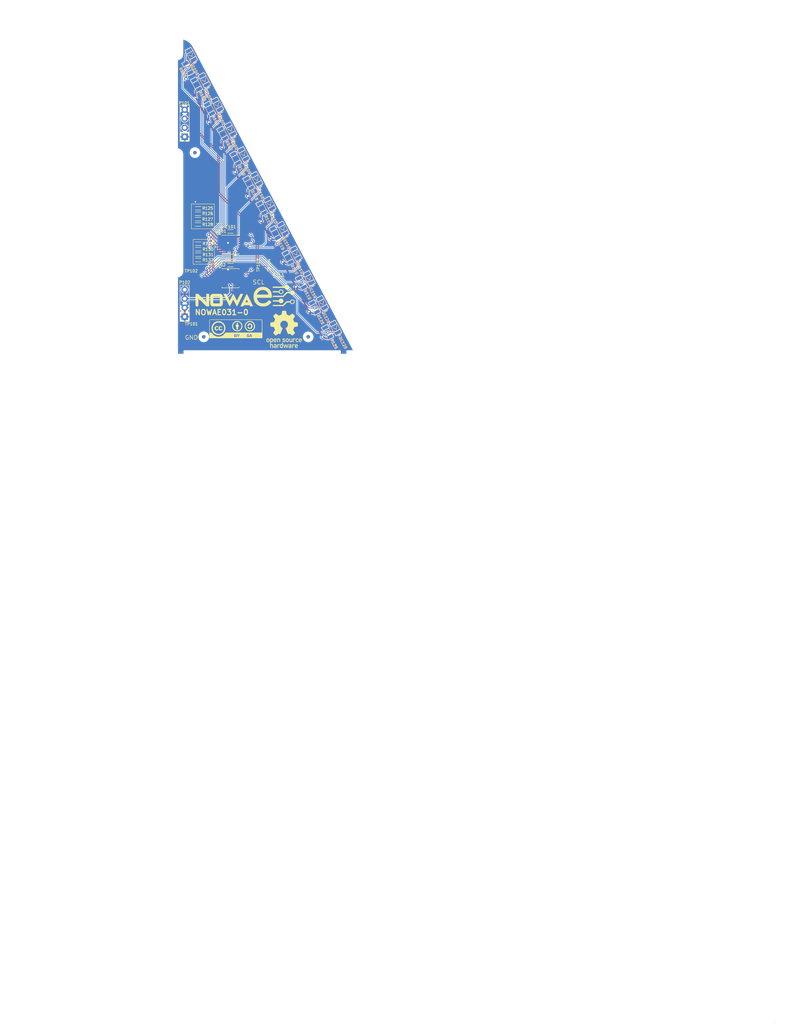
<source format=kicad_pcb>
(kicad_pcb (version 20171130) (host pcbnew "(5.1.6-0-10_14)")
  (title_block (title "Small Christmas Tree (Branch) - Gadget 2020") (rev 0) (comment 1 "M. Giammarini") (comment 2 "N. Orlandini") (comment 3 "M. Giammarini") (comment 4 2020-10-09))
  (layers (0 F.Cu signal) (31 B.Cu signal) (34 B.Paste user) (35 F.Paste user) (36 B.SilkS user) (37 F.SilkS user) (38 B.Mask user) (39 F.Mask user) (44 Edge.Cuts user))
  (net 0 "")
  (net 1 GND)
  (net 2 +3.3V)
  (net 3 /B_LINE1)
  (net 4 "Net-(DL101-Pad1)")
  (net 5 "Net-(DL102-Pad1)")
  (net 6 /B_LINE2)
  (net 7 "Net-(DL103-Pad1)")
  (net 8 "Net-(DL104-Pad1)")
  (net 9 /B_LINE3)
  (net 10 "Net-(DL105-Pad1)")
  (net 11 "Net-(DL106-Pad1)")
  (net 12 /B_LINE4)
  (net 13 "Net-(DL107-Pad1)")
  (net 14 "Net-(DL108-Pad1)")
  (net 15 /B_LINE5)
  (net 16 "Net-(DL109-Pad1)")
  (net 17 "Net-(DL110-Pad1)")
  (net 18 /B_LINE6)
  (net 19 "Net-(DL111-Pad1)")
  (net 20 "Net-(DL112-Pad1)")
  (net 21 /B_LINE7)
  (net 22 "Net-(DL113-Pad1)")
  (net 23 "Net-(DL114-Pad1)")
  (net 24 /B_LINE8)
  (net 25 "Net-(DL115-Pad1)")
  (net 26 "Net-(DL116-Pad1)")
  (net 27 /B_LINE9)
  (net 28 "Net-(DL117-Pad1)")
  (net 29 "Net-(DL118-Pad1)")
  (net 30 /B_LINE10)
  (net 31 "Net-(DL119-Pad1)")
  (net 32 "Net-(DL120-Pad1)")
  (net 33 /B_LINE11)
  (net 34 "Net-(DL121-Pad1)")
  (net 35 "Net-(DL122-Pad1)")
  (net 36 /B_LINE12)
  (net 37 "Net-(DL123-Pad1)")
  (net 38 "Net-(DL124-Pad1)")
  (net 39 /BRANCH_SCL)
  (net 40 /BRANCH_SDA)
  (net 41 /MOD1A0)
  (net 42 /MOD1A1)
  (net 43 /MOD2A0)
  (net 44 /MOD2A1)
  (net 45 "Net-(U101-Pad13)")
  (net 46 /B_LINE14)
  (net 47 /B_LINE15)
  (net 48 /B_LINE16)
  (net 49 "Net-(U102-Pad13)")
  (net 50 /B_LINE13)
  (module EXTLOGO:LOGO_OSH_10MM_FSILK (layer F.Cu) (at 130.19 122.88)
    (fp_text reference G*** hide)
    (fp_text value LOGO hide)
  )
  (module EXTLOGO:LOGO_CC-BY-SA_15MM_FSILK (layer F.Cu) (at 116.55 122.73)
    (fp_text reference G*** hide)
    (fp_text value LOGO hide)
  )
  (module MECHANICAL:FIDUCIALMARK_1MM_3MM (layer B.Cu) (at 105 73)
    (fp_text reference VAL** hide)
    (fp_text value FIDUCIALMARK_1MM_3MM hide)
    (pad "" smd circle (at 0 0) (size 1 1) (layers B.Cu) (clearance 1))
  )
  (module MECHANICAL:FIDUCIALMARK_1MM_3MM (layer B.Cu) (at 137 125)
    (fp_text reference VAL** hide)
    (fp_text value FIDUCIALMARK_1MM_3MM hide)
    (pad "" smd circle (at 0 0) (size 1 1) (layers B.Cu) (clearance 1))
  )
  (module MECHANICAL:FIDUCIALMARK_1MM_3MM (layer B.Cu) (at 107.49 125)
    (fp_text reference VAL** hide)
    (fp_text value FIDUCIALMARK_1MM_3MM hide)
    (pad "" smd circle (at 0 0) (size 1 1) (layers B.Cu) (clearance 1))
  )
  (module MECHANICAL:FIDUCIALMARK_1MM_3MM (layer F.Cu) (at 105 73.02)
    (fp_text reference VAL** hide)
    (fp_text value FIDUCIALMARK_1MM_3MM hide)
    (pad "" smd circle (at 0 0) (size 1 1) (layers F.Cu) (clearance 1))
  )
  (module MECHANICAL:FIDUCIALMARK_1MM_3MM (layer F.Cu) (at 107.49 125)
    (fp_text reference VAL** hide)
    (fp_text value FIDUCIALMARK_1MM_3MM hide)
    (pad "" smd circle (at 0 0) (size 1 1) (layers F.Cu) (clearance 1))
  )
  (module MECHANICAL:FIDUCIALMARK_1MM_3MM (layer F.Cu) (at 137 125)
    (fp_text reference VAL** hide)
    (fp_text value FIDUCIALMARK_1MM_3MM hide)
    (pad "" smd circle (at 0 0) (size 1 1) (layers F.Cu) (clearance 1))
  )
  (module LOGO:LOGO_NOWAE_30MM_FSILK (layer F.Cu) (at 119.16 113.38)
    (fp_text reference G*** hide)
    (fp_text value LOGO hide)
  )
  (module RESISTOR:RESISTOR-1206 (layer F.Cu) (at 123.95 88.7 298)
    (fp_text reference R113 (at 3.77665 0.13934 118) (layer F.SilkS) (effects (font (size 0.8 0.8))))
    (fp_text value 270 hide)
    (pad 1 smd rect (at -1.45 0 298) (size 0.9 1.7) (layers F.Cu F.Paste F.Mask) (net 22 "Net-(DL113-Pad1)"))
    (pad 2 smd rect (at 1.45 0 298) (size 0.9 1.7) (layers F.Cu F.Paste F.Mask) (net 2 +3.3V))
  )
  (module CAPACITOR:CAPACITOR-0603 (layer F.Cu) (at 115.05 95.25)
    (fp_text reference C101 (at 0 -1.3) (layer F.SilkS) (effects (font (size 0.8 0.8))))
    (fp_text value 100n hide)
    (pad 2 smd rect (at 0.7 0) (size 0.6 0.8) (layers F.Cu F.Paste F.Mask) (net 2 +3.3V))
    (pad 1 smd rect (at -0.7 0) (size 0.6 0.8) (layers F.Cu F.Paste F.Mask) (net 1 GND))
  )
  (module CAPACITOR:CAPACITOR-0603 (layer F.Cu) (at 115.05 104.75)
    (fp_text reference C102 (at 0 -1.3) (layer F.SilkS) (effects (font (size 0.8 0.8))))
    (fp_text value 100n hide)
    (pad 1 smd rect (at -0.7 0) (size 0.6 0.8) (layers F.Cu F.Paste F.Mask) (net 1 GND))
    (pad 2 smd rect (at 0.7 0) (size 0.6 0.8) (layers F.Cu F.Paste F.Mask) (net 2 +3.3V))
  )
  (module LEDs:LED-1206 (layer F.Cu) (at 103.969266 45.519726 298)
    (fp_text reference DL101 (at 3.951326 1.046836 118) (layer F.SilkS) (effects (font (size 0.8 0.8))))
    (fp_text value MISC hide)
    (fp_text user k (at 2.4 0 118) (layer F.SilkS) (effects (font (size 0.8 0.8))))
    (pad 2 smd rect (at 1.45 0 298) (size 0.9 1.7) (layers F.Cu F.Paste F.Mask) (net 3 /B_LINE1))
    (pad 1 smd rect (at -1.45 0 298) (size 0.9 1.7) (layers F.Cu F.Paste F.Mask) (net 4 "Net-(DL101-Pad1)"))
  )
  (module LEDs:LED-1206 (layer B.Cu) (at 103.95 45.5 298)
    (fp_text reference DL102 (at 3.977788 1.039086 118) (layer B.SilkS) (effects (font (size 0.8 0.8)) (justify mirror)))
    (fp_text value MISC hide)
    (fp_text user k (at 2.4 0 118) (layer B.SilkS) (effects (font (size 0.8 0.8)) (justify mirror)))
    (pad 1 smd rect (at -1.45 0 298) (size 0.9 1.7) (layers B.Cu B.Paste B.Mask) (net 5 "Net-(DL102-Pad1)"))
    (pad 2 smd rect (at 1.45 0 298) (size 0.9 1.7) (layers B.Cu B.Paste B.Mask) (net 3 /B_LINE1))
  )
  (module LEDs:LED-1206 (layer F.Cu) (at 107.680734 52.580274 298)
    (fp_text reference DL103 (at 3.980777 1.075483 118) (layer F.SilkS) (effects (font (size 0.8 0.8))))
    (fp_text value MISC hide)
    (fp_text user k (at 2.4 0 118) (layer F.SilkS) (effects (font (size 0.8 0.8))))
    (pad 2 smd rect (at 1.45 0 298) (size 0.9 1.7) (layers F.Cu F.Paste F.Mask) (net 6 /B_LINE2))
    (pad 1 smd rect (at -1.45 0 298) (size 0.9 1.7) (layers F.Cu F.Paste F.Mask) (net 7 "Net-(DL103-Pad1)"))
  )
  (module LEDs:LED-1206 (layer B.Cu) (at 107.65 52.6 298)
    (fp_text reference DL104 (at 3.977788 1.039086 118) (layer B.SilkS) (effects (font (size 0.8 0.8)) (justify mirror)))
    (fp_text value MISC hide)
    (fp_text user k (at 2.4 0 118) (layer B.SilkS) (effects (font (size 0.8 0.8)) (justify mirror)))
    (pad 1 smd rect (at -1.45 0 298) (size 0.9 1.7) (layers B.Cu B.Paste B.Mask) (net 8 "Net-(DL104-Pad1)"))
    (pad 2 smd rect (at 1.45 0 298) (size 0.9 1.7) (layers B.Cu B.Paste B.Mask) (net 6 /B_LINE2))
  )
  (module LEDs:LED-1206 (layer F.Cu) (at 111.369266 59.519726 298)
    (fp_text reference DL105 (at 3.951326 1.046836 118) (layer F.SilkS) (effects (font (size 0.8 0.8))))
    (fp_text value MISC hide)
    (fp_text user k (at 2.4 0 118) (layer F.SilkS) (effects (font (size 0.8 0.8))))
    (pad 2 smd rect (at 1.45 0 298) (size 0.9 1.7) (layers F.Cu F.Paste F.Mask) (net 9 /B_LINE3))
    (pad 1 smd rect (at -1.45 0 298) (size 0.9 1.7) (layers F.Cu F.Paste F.Mask) (net 10 "Net-(DL105-Pad1)"))
  )
  (module LEDs:LED-1206 (layer B.Cu) (at 111.369266 59.519726 298)
    (fp_text reference DL106 (at 3.951326 1.046836 118) (layer B.SilkS) (effects (font (size 0.8 0.8)) (justify mirror)))
    (fp_text value MISC hide)
    (fp_text user k (at 2.4 0 118) (layer B.SilkS) (effects (font (size 0.8 0.8)) (justify mirror)))
    (pad 1 smd rect (at -1.45 0 298) (size 0.9 1.7) (layers B.Cu B.Paste B.Mask) (net 11 "Net-(DL106-Pad1)"))
    (pad 2 smd rect (at 1.45 0 298) (size 0.9 1.7) (layers B.Cu B.Paste B.Mask) (net 9 /B_LINE3))
  )
  (module LEDs:LED-1206 (layer F.Cu) (at 115.1 66.5 298)
    (fp_text reference DL107 (at 3.954315 1.083233 118) (layer F.SilkS) (effects (font (size 0.8 0.8))))
    (fp_text value MISC hide)
    (fp_text user k (at 2.4 0 118) (layer F.SilkS) (effects (font (size 0.8 0.8))))
    (pad 2 smd rect (at 1.45 0 298) (size 0.9 1.7) (layers F.Cu F.Paste F.Mask) (net 12 /B_LINE4))
    (pad 1 smd rect (at -1.45 0 298) (size 0.9 1.7) (layers F.Cu F.Paste F.Mask) (net 13 "Net-(DL107-Pad1)"))
  )
  (module LEDs:LED-1206 (layer B.Cu) (at 115.094263 66.525 298)
    (fp_text reference DL108 (at 3.934934 1.066431 118) (layer B.SilkS) (effects (font (size 0.8 0.8)) (justify mirror)))
    (fp_text value MISC hide)
    (fp_text user k (at 2.4 0 118) (layer B.SilkS) (effects (font (size 0.8 0.8)) (justify mirror)))
    (pad 1 smd rect (at -1.45 0 298) (size 0.9 1.7) (layers B.Cu B.Paste B.Mask) (net 14 "Net-(DL108-Pad1)"))
    (pad 2 smd rect (at 1.45 0 298) (size 0.9 1.7) (layers B.Cu B.Paste B.Mask) (net 12 /B_LINE4))
  )
  (module LEDs:LED-1206 (layer F.Cu) (at 118.75 73.5 298)
    (fp_text reference DL109 (at 3.889494 0.992139 118) (layer F.SilkS) (effects (font (size 0.8 0.8))))
    (fp_text value MISC hide)
    (fp_text user k (at 2.4 0 118) (layer F.SilkS) (effects (font (size 0.8 0.8))))
    (pad 2 smd rect (at 1.45 0 298) (size 0.9 1.7) (layers F.Cu F.Paste F.Mask) (net 15 /B_LINE5))
    (pad 1 smd rect (at -1.45 0 298) (size 0.9 1.7) (layers F.Cu F.Paste F.Mask) (net 16 "Net-(DL109-Pad1)"))
  )
  (module LEDs:LED-1206 (layer B.Cu) (at 118.75 73.5 298)
    (fp_text reference DL110 (at 3.889494 0.992139 118) (layer B.SilkS) (effects (font (size 0.8 0.8)) (justify mirror)))
    (fp_text value MISC hide)
    (fp_text user k (at 2.4 0 118) (layer B.SilkS) (effects (font (size 0.8 0.8)) (justify mirror)))
    (pad 1 smd rect (at -1.45 0 298) (size 0.9 1.7) (layers B.Cu B.Paste B.Mask) (net 17 "Net-(DL110-Pad1)"))
    (pad 2 smd rect (at 1.45 0 298) (size 0.9 1.7) (layers B.Cu B.Paste B.Mask) (net 15 /B_LINE5))
  )
  (module LEDs:LED-1206 (layer F.Cu) (at 122.45 80.5 298)
    (fp_text reference DL111 (at 3.889494 0.992139 118) (layer F.SilkS) (effects (font (size 0.8 0.8))))
    (fp_text value MISC hide)
    (fp_text user k (at 2.4 0 118) (layer F.SilkS) (effects (font (size 0.8 0.8))))
    (pad 2 smd rect (at 1.45 0 298) (size 0.9 1.7) (layers F.Cu F.Paste F.Mask) (net 18 /B_LINE6))
    (pad 1 smd rect (at -1.45 0 298) (size 0.9 1.7) (layers F.Cu F.Paste F.Mask) (net 19 "Net-(DL111-Pad1)"))
  )
  (module LEDs:LED-1206 (layer B.Cu) (at 122.45 80.5 298)
    (fp_text reference DL112 (at 3.889494 0.992139 118) (layer B.SilkS) (effects (font (size 0.8 0.8)) (justify mirror)))
    (fp_text value MISC hide)
    (fp_text user k (at 2.4 0 118) (layer B.SilkS) (effects (font (size 0.8 0.8)) (justify mirror)))
    (pad 1 smd rect (at -1.45 0 298) (size 0.9 1.7) (layers B.Cu B.Paste B.Mask) (net 20 "Net-(DL112-Pad1)"))
    (pad 2 smd rect (at 1.45 0 298) (size 0.9 1.7) (layers B.Cu B.Paste B.Mask) (net 18 /B_LINE6))
  )
  (module LEDs:LED-1206 (layer F.Cu) (at 126.15 87.5 298)
    (fp_text reference DL113 (at 3.889494 0.992139 118) (layer F.SilkS) (effects (font (size 0.8 0.8))))
    (fp_text value MISC hide)
    (fp_text user k (at 2.4 0 118) (layer F.SilkS) (effects (font (size 0.8 0.8))))
    (pad 2 smd rect (at 1.45 0 298) (size 0.9 1.7) (layers F.Cu F.Paste F.Mask) (net 21 /B_LINE7))
    (pad 1 smd rect (at -1.45 0 298) (size 0.9 1.7) (layers F.Cu F.Paste F.Mask) (net 22 "Net-(DL113-Pad1)"))
  )
  (module LEDs:LED-1206 (layer B.Cu) (at 126.15 87.5 298)
    (fp_text reference DL114 (at 3.889494 0.992139 118) (layer B.SilkS) (effects (font (size 0.8 0.8)) (justify mirror)))
    (fp_text value MISC hide)
    (fp_text user k (at 2.4 0 118) (layer B.SilkS) (effects (font (size 0.8 0.8)) (justify mirror)))
    (pad 1 smd rect (at -1.45 0 298) (size 0.9 1.7) (layers B.Cu B.Paste B.Mask) (net 23 "Net-(DL114-Pad1)"))
    (pad 2 smd rect (at 1.45 0 298) (size 0.9 1.7) (layers B.Cu B.Paste B.Mask) (net 21 /B_LINE7))
  )
  (module LEDs:LED-1206 (layer F.Cu) (at 129.9 94.55 298)
    (fp_text reference DL115 (at 3.910167 1.05976 118) (layer F.SilkS) (effects (font (size 0.8 0.8))))
    (fp_text value MISC hide)
    (fp_text user k (at 2.4 0 118) (layer F.SilkS) (effects (font (size 0.8 0.8))))
    (pad 2 smd rect (at 1.45 0 298) (size 0.9 1.7) (layers F.Cu F.Paste F.Mask) (net 24 /B_LINE8))
    (pad 1 smd rect (at -1.45 0 298) (size 0.9 1.7) (layers F.Cu F.Paste F.Mask) (net 25 "Net-(DL115-Pad1)"))
  )
  (module LEDs:LED-1206 (layer B.Cu) (at 129.9 94.55 298)
    (fp_text reference DL116 (at 3.910167 1.05976 118) (layer B.SilkS) (effects (font (size 0.8 0.8)) (justify mirror)))
    (fp_text value MISC hide)
    (fp_text user k (at 2.4 0 118) (layer B.SilkS) (effects (font (size 0.8 0.8)) (justify mirror)))
    (pad 1 smd rect (at -1.45 0 298) (size 0.9 1.7) (layers B.Cu B.Paste B.Mask) (net 26 "Net-(DL116-Pad1)"))
    (pad 2 smd rect (at 1.45 0 298) (size 0.9 1.7) (layers B.Cu B.Paste B.Mask) (net 24 /B_LINE8))
  )
  (module LEDs:LED-1206 (layer F.Cu) (at 133.55 101.5 298)
    (fp_text reference DL117 (at 3.977788 1.039086 118) (layer F.SilkS) (effects (font (size 0.8 0.8))))
    (fp_text value MISC hide)
    (fp_text user k (at 2.4 0 118) (layer F.SilkS) (effects (font (size 0.8 0.8))))
    (pad 2 smd rect (at 1.45 0 298) (size 0.9 1.7) (layers F.Cu F.Paste F.Mask) (net 27 /B_LINE9))
    (pad 1 smd rect (at -1.45 0 298) (size 0.9 1.7) (layers F.Cu F.Paste F.Mask) (net 28 "Net-(DL117-Pad1)"))
  )
  (module LEDs:LED-1206 (layer B.Cu) (at 133.55 101.5 298)
    (fp_text reference DL118 (at 3.977788 1.039086 118) (layer B.SilkS) (effects (font (size 0.8 0.8)) (justify mirror)))
    (fp_text value MISC hide)
    (fp_text user k (at 2.4 0 118) (layer B.SilkS) (effects (font (size 0.8 0.8)) (justify mirror)))
    (pad 1 smd rect (at -1.45 0 298) (size 0.9 1.7) (layers B.Cu B.Paste B.Mask) (net 29 "Net-(DL118-Pad1)"))
    (pad 2 smd rect (at 1.45 0 298) (size 0.9 1.7) (layers B.Cu B.Paste B.Mask) (net 27 /B_LINE9))
  )
  (module LEDs:LED-1206 (layer F.Cu) (at 137.3 108.5 298)
    (fp_text reference DL119 (at 3.86602 1.036286 118) (layer F.SilkS) (effects (font (size 0.8 0.8))))
    (fp_text value MISC hide)
    (fp_text user k (at 2.4 0 118) (layer F.SilkS) (effects (font (size 0.8 0.8))))
    (pad 2 smd rect (at 1.45 0 298) (size 0.9 1.7) (layers F.Cu F.Paste F.Mask) (net 30 /B_LINE10))
    (pad 1 smd rect (at -1.45 0 298) (size 0.9 1.7) (layers F.Cu F.Paste F.Mask) (net 31 "Net-(DL119-Pad1)"))
  )
  (module LEDs:LED-1206 (layer B.Cu) (at 137.3 108.5 298)
    (fp_text reference DL120 (at 3.86602 1.036286 118) (layer B.SilkS) (effects (font (size 0.8 0.8)) (justify mirror)))
    (fp_text value MISC hide)
    (fp_text user k (at 2.4 0 118) (layer B.SilkS) (effects (font (size 0.8 0.8)) (justify mirror)))
    (pad 1 smd rect (at -1.45 0 298) (size 0.9 1.7) (layers B.Cu B.Paste B.Mask) (net 32 "Net-(DL120-Pad1)"))
    (pad 2 smd rect (at 1.45 0 298) (size 0.9 1.7) (layers B.Cu B.Paste B.Mask) (net 30 /B_LINE10))
  )
  (module LEDs:LED-1206 (layer F.Cu) (at 141 115.5 298)
    (fp_text reference DL121 (at 4.001262 0.994939 118) (layer F.SilkS) (effects (font (size 0.8 0.8))))
    (fp_text value MISC hide)
    (fp_text user k (at 2.4 0 118) (layer F.SilkS) (effects (font (size 0.8 0.8))))
    (pad 2 smd rect (at 1.45 0 298) (size 0.9 1.7) (layers F.Cu F.Paste F.Mask) (net 33 /B_LINE11))
    (pad 1 smd rect (at -1.45 0 298) (size 0.9 1.7) (layers F.Cu F.Paste F.Mask) (net 34 "Net-(DL121-Pad1)"))
  )
  (module LEDs:LED-1206 (layer B.Cu) (at 141 115.5 298)
    (fp_text reference DL122 (at 4.001262 0.994939 118) (layer B.SilkS) (effects (font (size 0.8 0.8)) (justify mirror)))
    (fp_text value MISC hide)
    (fp_text user k (at 2.4 0 118) (layer B.SilkS) (effects (font (size 0.8 0.8)) (justify mirror)))
    (pad 1 smd rect (at -1.45 0 298) (size 0.9 1.7) (layers B.Cu B.Paste B.Mask) (net 35 "Net-(DL122-Pad1)"))
    (pad 2 smd rect (at 1.45 0 298) (size 0.9 1.7) (layers B.Cu B.Paste B.Mask) (net 33 /B_LINE11))
  )
  (module LEDs:LED-1206 (layer F.Cu) (at 144.7 122.5 298)
    (fp_text reference DL123 (at 4.69427 0.117591 118) (layer F.SilkS) (effects (font (size 0.8 0.8))))
    (fp_text value MISC hide)
    (fp_text user k (at 2.4 0 118) (layer F.SilkS) (effects (font (size 0.8 0.8))))
    (pad 2 smd rect (at 1.45 0 298) (size 0.9 1.7) (layers F.Cu F.Paste F.Mask) (net 36 /B_LINE12))
    (pad 1 smd rect (at -1.45 0 298) (size 0.9 1.7) (layers F.Cu F.Paste F.Mask) (net 37 "Net-(DL123-Pad1)"))
  )
  (module LEDs:LED-1206 (layer B.Cu) (at 144.7 122.5 298)
    (fp_text reference DL124 (at 4.69427 0.117591 118) (layer B.SilkS) (effects (font (size 0.8 0.8)) (justify mirror)))
    (fp_text value MISC hide)
    (fp_text user k (at 2.4 0 118) (layer B.SilkS) (effects (font (size 0.8 0.8)) (justify mirror)))
    (pad 1 smd rect (at -1.45 0 298) (size 0.9 1.7) (layers B.Cu B.Paste B.Mask) (net 38 "Net-(DL124-Pad1)"))
    (pad 2 smd rect (at 1.45 0 298) (size 0.9 1.7) (layers B.Cu B.Paste B.Mask) (net 36 /B_LINE12))
  )
  (module RESISTOR:RESISTOR-1206 (layer F.Cu) (at 103.030734 49.130274 298)
    (fp_text reference R101 (at 0.380385 1.858846 118) (layer F.SilkS) (effects (font (size 0.8 0.8))))
    (fp_text value 270 hide)
    (pad 1 smd rect (at -1.45 0 298) (size 0.9 1.7) (layers F.Cu F.Paste F.Mask) (net 4 "Net-(DL101-Pad1)"))
    (pad 2 smd rect (at 1.45 0 298) (size 0.9 1.7) (layers F.Cu F.Paste F.Mask) (net 2 +3.3V))
  )
  (module RESISTOR:RESISTOR-1206 (layer B.Cu) (at 103.05 49.15 298)
    (fp_text reference R102 (at 0.380385 1.858846 118) (layer B.SilkS) (effects (font (size 0.8 0.8)) (justify mirror)))
    (fp_text value 270 hide)
    (pad 2 smd rect (at 1.45 0 298) (size 0.9 1.7) (layers B.Cu B.Paste B.Mask) (net 2 +3.3V))
    (pad 1 smd rect (at -1.45 0 298) (size 0.9 1.7) (layers B.Cu B.Paste B.Mask) (net 5 "Net-(DL102-Pad1)"))
  )
  (module RESISTOR:RESISTOR-1206 (layer F.Cu) (at 105.45 53.8 298)
    (fp_text reference R103 (at 3.688355 0.092393 118) (layer F.SilkS) (effects (font (size 0.8 0.8))))
    (fp_text value 270 hide)
    (pad 1 smd rect (at -1.45 0 298) (size 0.9 1.7) (layers F.Cu F.Paste F.Mask) (net 7 "Net-(DL103-Pad1)"))
    (pad 2 smd rect (at 1.45 0 298) (size 0.9 1.7) (layers F.Cu F.Paste F.Mask) (net 2 +3.3V))
  )
  (module RESISTOR:RESISTOR-1206 (layer B.Cu) (at 105.45 53.8 298)
    (fp_text reference R104 (at 3.688355 0.092393 118) (layer B.SilkS) (effects (font (size 0.8 0.8)) (justify mirror)))
    (fp_text value 270 hide)
    (pad 2 smd rect (at 1.45 0 298) (size 0.9 1.7) (layers B.Cu B.Paste B.Mask) (net 2 +3.3V))
    (pad 1 smd rect (at -1.45 0 298) (size 0.9 1.7) (layers B.Cu B.Paste B.Mask) (net 8 "Net-(DL104-Pad1)"))
  )
  (module RESISTOR:RESISTOR-1206 (layer F.Cu) (at 109.15 60.7 298)
    (fp_text reference R105 (at 3.600059 0.045445 118) (layer F.SilkS) (effects (font (size 0.8 0.8))))
    (fp_text value 270 hide)
    (pad 1 smd rect (at -1.45 0 298) (size 0.9 1.7) (layers F.Cu F.Paste F.Mask) (net 10 "Net-(DL105-Pad1)"))
    (pad 2 smd rect (at 1.45 0 298) (size 0.9 1.7) (layers F.Cu F.Paste F.Mask) (net 2 +3.3V))
  )
  (module RESISTOR:RESISTOR-1206 (layer B.Cu) (at 109.15 60.7 298)
    (fp_text reference R106 (at 3.600059 0.045445 118) (layer B.SilkS) (effects (font (size 0.8 0.8)) (justify mirror)))
    (fp_text value 270 hide)
    (pad 2 smd rect (at 1.45 0 298) (size 0.9 1.7) (layers B.Cu B.Paste B.Mask) (net 2 +3.3V))
    (pad 1 smd rect (at -1.45 0 298) (size 0.9 1.7) (layers B.Cu B.Paste B.Mask) (net 11 "Net-(DL106-Pad1)"))
  )
  (module RESISTOR:RESISTOR-1206 (layer F.Cu) (at 112.9 67.7 298)
    (fp_text reference R107 (at 3.711829 0.048245 118) (layer F.SilkS) (effects (font (size 0.8 0.8))))
    (fp_text value 270 hide)
    (pad 1 smd rect (at -1.45 0 298) (size 0.9 1.7) (layers F.Cu F.Paste F.Mask) (net 13 "Net-(DL107-Pad1)"))
    (pad 2 smd rect (at 1.45 0 298) (size 0.9 1.7) (layers F.Cu F.Paste F.Mask) (net 2 +3.3V))
  )
  (module RESISTOR:RESISTOR-1206 (layer B.Cu) (at 112.9 67.7 298)
    (fp_text reference R108 (at 3.711829 0.048245 118) (layer B.SilkS) (effects (font (size 0.8 0.8)) (justify mirror)))
    (fp_text value 270 hide)
    (pad 2 smd rect (at 1.45 0 298) (size 0.9 1.7) (layers B.Cu B.Paste B.Mask) (net 2 +3.3V))
    (pad 1 smd rect (at -1.45 0 298) (size 0.9 1.7) (layers B.Cu B.Paste B.Mask) (net 14 "Net-(DL108-Pad1)"))
  )
  (module RESISTOR:RESISTOR-1206 (layer F.Cu) (at 116.55 74.7 298)
    (fp_text reference R109 (at 3.77665 0.13934 118) (layer F.SilkS) (effects (font (size 0.8 0.8))))
    (fp_text value 270 hide)
    (pad 1 smd rect (at -1.45 0 298) (size 0.9 1.7) (layers F.Cu F.Paste F.Mask) (net 16 "Net-(DL109-Pad1)"))
    (pad 2 smd rect (at 1.45 0 298) (size 0.9 1.7) (layers F.Cu F.Paste F.Mask) (net 2 +3.3V))
  )
  (module RESISTOR:RESISTOR-1206 (layer B.Cu) (at 116.55 74.7 298)
    (fp_text reference R110 (at 3.77665 0.13934 118) (layer B.SilkS) (effects (font (size 0.8 0.8)) (justify mirror)))
    (fp_text value 270 hide)
    (pad 2 smd rect (at 1.45 0 298) (size 0.9 1.7) (layers B.Cu B.Paste B.Mask) (net 2 +3.3V))
    (pad 1 smd rect (at -1.45 0 298) (size 0.9 1.7) (layers B.Cu B.Paste B.Mask) (net 17 "Net-(DL110-Pad1)"))
  )
  (module RESISTOR:RESISTOR-1206 (layer F.Cu) (at 120.255737 81.675 298)
    (fp_text reference R111 (at 3.79603 0.156142 118) (layer F.SilkS) (effects (font (size 0.8 0.8))))
    (fp_text value 270 hide)
    (pad 1 smd rect (at -1.45 0 298) (size 0.9 1.7) (layers F.Cu F.Paste F.Mask) (net 19 "Net-(DL111-Pad1)"))
    (pad 2 smd rect (at 1.45 0 298) (size 0.9 1.7) (layers F.Cu F.Paste F.Mask) (net 2 +3.3V))
  )
  (module RESISTOR:RESISTOR-1206 (layer B.Cu) (at 120.25 81.65 298)
    (fp_text reference R112 (at 3.820797 0.162813 118) (layer B.SilkS) (effects (font (size 0.8 0.8)) (justify mirror)))
    (fp_text value 270 hide)
    (pad 2 smd rect (at 1.45 0 298) (size 0.9 1.7) (layers B.Cu B.Paste B.Mask) (net 2 +3.3V))
    (pad 1 smd rect (at -1.45 0 298) (size 0.9 1.7) (layers B.Cu B.Paste B.Mask) (net 20 "Net-(DL112-Pad1)"))
  )
  (module RESISTOR:RESISTOR-1206 (layer B.Cu) (at 123.95 88.7 298)
    (fp_text reference R114 (at 3.77665 0.13934 118) (layer B.SilkS) (effects (font (size 0.8 0.8)) (justify mirror)))
    (fp_text value 270 hide)
    (pad 2 smd rect (at 1.45 0 298) (size 0.9 1.7) (layers B.Cu B.Paste B.Mask) (net 2 +3.3V))
    (pad 1 smd rect (at -1.45 0 298) (size 0.9 1.7) (layers B.Cu B.Paste B.Mask) (net 23 "Net-(DL114-Pad1)"))
  )
  (module RESISTOR:RESISTOR-1206 (layer F.Cu) (at 127.7 95.75 298)
    (fp_text reference R115 (at 3.704008 0.169456 118) (layer F.SilkS) (effects (font (size 0.8 0.8))))
    (fp_text value 270 hide)
    (pad 1 smd rect (at -1.45 0 298) (size 0.9 1.7) (layers F.Cu F.Paste F.Mask) (net 25 "Net-(DL115-Pad1)"))
    (pad 2 smd rect (at 1.45 0 298) (size 0.9 1.7) (layers F.Cu F.Paste F.Mask) (net 2 +3.3V))
  )
  (module RESISTOR:RESISTOR-1206 (layer B.Cu) (at 127.705737 95.775 298)
    (fp_text reference R116 (at 3.684262 0.153342 118) (layer B.SilkS) (effects (font (size 0.8 0.8)) (justify mirror)))
    (fp_text value 270 hide)
    (pad 2 smd rect (at 1.45 0 298) (size 0.9 1.7) (layers B.Cu B.Paste B.Mask) (net 2 +3.3V))
    (pad 1 smd rect (at -1.45 0 298) (size 0.9 1.7) (layers B.Cu B.Paste B.Mask) (net 26 "Net-(DL116-Pad1)"))
  )
  (module RESISTOR:RESISTOR-1206 (layer F.Cu) (at 131.35 102.65 298)
    (fp_text reference R117 (at 3.77945 0.027571 118) (layer F.SilkS) (effects (font (size 0.8 0.8))))
    (fp_text value 270 hide)
    (pad 1 smd rect (at -1.45 0 298) (size 0.9 1.7) (layers F.Cu F.Paste F.Mask) (net 28 "Net-(DL117-Pad1)"))
    (pad 2 smd rect (at 1.45 0 298) (size 0.9 1.7) (layers F.Cu F.Paste F.Mask) (net 2 +3.3V))
  )
  (module RESISTOR:RESISTOR-1206 (layer B.Cu) (at 131.35 102.65 298)
    (fp_text reference R118 (at 3.77945 0.027571 118) (layer B.SilkS) (effects (font (size 0.8 0.8)) (justify mirror)))
    (fp_text value 270 hide)
    (pad 2 smd rect (at 1.45 0 298) (size 0.9 1.7) (layers B.Cu B.Paste B.Mask) (net 2 +3.3V))
    (pad 1 smd rect (at -1.45 0 298) (size 0.9 1.7) (layers B.Cu B.Paste B.Mask) (net 29 "Net-(DL118-Pad1)"))
  )
  (module RESISTOR:RESISTOR-1206 (layer F.Cu) (at 135.1 109.7 298)
    (fp_text reference R119 (at 3.800123 0.095192 118) (layer F.SilkS) (effects (font (size 0.8 0.8))))
    (fp_text value 270 hide)
    (pad 1 smd rect (at -1.45 0 298) (size 0.9 1.7) (layers F.Cu F.Paste F.Mask) (net 31 "Net-(DL119-Pad1)"))
    (pad 2 smd rect (at 1.45 0 298) (size 0.9 1.7) (layers F.Cu F.Paste F.Mask) (net 2 +3.3V))
  )
  (module RESISTOR:RESISTOR-1206 (layer B.Cu) (at 135.105737 109.725 298)
    (fp_text reference R120 (at 3.775356 0.088521 118) (layer B.SilkS) (effects (font (size 0.8 0.8)) (justify mirror)))
    (fp_text value 270 hide)
    (pad 2 smd rect (at 1.45 0 298) (size 0.9 1.7) (layers B.Cu B.Paste B.Mask) (net 2 +3.3V))
    (pad 1 smd rect (at -1.45 0 298) (size 0.9 1.7) (layers B.Cu B.Paste B.Mask) (net 32 "Net-(DL120-Pad1)"))
  )
  (module RESISTOR:RESISTOR-1206 (layer F.Cu) (at 138.8 116.7 298)
    (fp_text reference R121 (at 3.800123 0.095192 118) (layer F.SilkS) (effects (font (size 0.8 0.8))))
    (fp_text value 270 hide)
    (pad 1 smd rect (at -1.45 0 298) (size 0.9 1.7) (layers F.Cu F.Paste F.Mask) (net 34 "Net-(DL121-Pad1)"))
    (pad 2 smd rect (at 1.45 0 298) (size 0.9 1.7) (layers F.Cu F.Paste F.Mask) (net 2 +3.3V))
  )
  (module RESISTOR:RESISTOR-1206 (layer B.Cu) (at 138.8 116.7 298)
    (fp_text reference R122 (at 3.800123 0.095192 118) (layer B.SilkS) (effects (font (size 0.8 0.8)) (justify mirror)))
    (fp_text value 270 hide)
    (pad 2 smd rect (at 1.45 0 298) (size 0.9 1.7) (layers B.Cu B.Paste B.Mask) (net 2 +3.3V))
    (pad 1 smd rect (at -1.45 0 298) (size 0.9 1.7) (layers B.Cu B.Paste B.Mask) (net 35 "Net-(DL122-Pad1)"))
  )
  (module RESISTOR:RESISTOR-1206 (layer F.Cu) (at 142.5 123.7 298)
    (fp_text reference R123 (at 3.758776 -0.04005 118) (layer F.SilkS) (effects (font (size 0.8 0.8))))
    (fp_text value 270 hide)
    (pad 1 smd rect (at -1.45 0 298) (size 0.9 1.7) (layers F.Cu F.Paste F.Mask) (net 37 "Net-(DL123-Pad1)"))
    (pad 2 smd rect (at 1.45 0 298) (size 0.9 1.7) (layers F.Cu F.Paste F.Mask) (net 2 +3.3V))
  )
  (module RESISTOR:RESISTOR-1206 (layer B.Cu) (at 142.5 123.7 298)
    (fp_text reference R124 (at 3.711829 0.048245 118) (layer B.SilkS) (effects (font (size 0.8 0.8)) (justify mirror)))
    (fp_text value 270 hide)
    (pad 2 smd rect (at 1.45 0 298) (size 0.9 1.7) (layers B.Cu B.Paste B.Mask) (net 2 +3.3V))
    (pad 1 smd rect (at -1.45 0 298) (size 0.9 1.7) (layers B.Cu B.Paste B.Mask) (net 38 "Net-(DL124-Pad1)"))
  )
  (module SOP:TSSOP16_4.4x5.0_0.65 (layer F.Cu) (at 115.05 99)
    (fp_text reference U101 (at -2.75 -3.8) (layer F.SilkS) (effects (font (size 0.8 0.8))))
    (fp_text value TCA9554PWR hide)
    (pad 1 smd rect (at -2.95 -2.275) (size 1.25 0.35) (layers F.Cu F.Paste F.Mask) (net 41 /MOD1A0))
    (pad 2 smd rect (at -2.95 -1.625) (size 1.25 0.35) (layers F.Cu F.Paste F.Mask) (net 42 /MOD1A1))
    (pad 3 smd rect (at -2.95 -0.975) (size 1.25 0.35) (layers F.Cu F.Paste F.Mask) (net 2 +3.3V))
    (pad 4 smd rect (at -2.95 -0.325) (size 1.25 0.35) (layers F.Cu F.Paste F.Mask) (net 3 /B_LINE1))
    (pad 5 smd rect (at -2.95 0.325) (size 1.25 0.35) (layers F.Cu F.Paste F.Mask) (net 6 /B_LINE2))
    (pad 6 smd rect (at -2.95 0.975) (size 1.25 0.35) (layers F.Cu F.Paste F.Mask) (net 9 /B_LINE3))
    (pad 7 smd rect (at -2.95 1.625) (size 1.25 0.35) (layers F.Cu F.Paste F.Mask) (net 12 /B_LINE4))
    (pad 10 smd rect (at 2.95 1.625) (size 1.25 0.35) (layers F.Cu F.Paste F.Mask) (net 18 /B_LINE6))
    (pad 11 smd rect (at 2.95 0.975) (size 1.25 0.35) (layers F.Cu F.Paste F.Mask) (net 21 /B_LINE7))
    (pad 12 smd rect (at 2.95 0.325) (size 1.25 0.35) (layers F.Cu F.Paste F.Mask) (net 24 /B_LINE8))
    (pad 13 smd rect (at 2.95 -0.325) (size 1.25 0.35) (layers F.Cu F.Paste F.Mask) (net 45 "Net-(U101-Pad13)"))
    (pad 14 smd rect (at 2.95 -0.975) (size 1.25 0.35) (layers F.Cu F.Paste F.Mask) (net 39 /BRANCH_SCL))
    (pad 15 smd rect (at 2.95 -1.625) (size 1.25 0.35) (layers F.Cu F.Paste F.Mask) (net 40 /BRANCH_SDA))
    (pad 16 smd rect (at 2.95 -2.275) (size 1.25 0.35) (layers F.Cu F.Paste F.Mask) (net 2 +3.3V))
    (pad 8 smd rect (at -2.95 2.275) (size 1.25 0.35) (layers F.Cu F.Paste F.Mask) (net 1 GND))
    (pad 9 smd rect (at 2.95 2.275) (size 1.25 0.35) (layers F.Cu F.Paste F.Mask) (net 15 /B_LINE5))
  )
  (module SOP:TSSOP16_4.4x5.0_0.65 (layer F.Cu) (at 115.05 108.45)
    (fp_text reference U102 (at -2.95 -3.75) (layer F.SilkS) (effects (font (size 0.8 0.8))))
    (fp_text value TCA9554PWR hide)
    (pad 1 smd rect (at -2.95 -2.275) (size 1.25 0.35) (layers F.Cu F.Paste F.Mask) (net 43 /MOD2A0))
    (pad 2 smd rect (at -2.95 -1.625) (size 1.25 0.35) (layers F.Cu F.Paste F.Mask) (net 44 /MOD2A1))
    (pad 3 smd rect (at -2.95 -0.975) (size 1.25 0.35) (layers F.Cu F.Paste F.Mask) (net 2 +3.3V))
    (pad 4 smd rect (at -2.95 -0.325) (size 1.25 0.35) (layers F.Cu F.Paste F.Mask) (net 27 /B_LINE9))
    (pad 5 smd rect (at -2.95 0.325) (size 1.25 0.35) (layers F.Cu F.Paste F.Mask) (net 30 /B_LINE10))
    (pad 6 smd rect (at -2.95 0.975) (size 1.25 0.35) (layers F.Cu F.Paste F.Mask) (net 33 /B_LINE11))
    (pad 7 smd rect (at -2.95 1.625) (size 1.25 0.35) (layers F.Cu F.Paste F.Mask) (net 36 /B_LINE12))
    (pad 10 smd rect (at 2.95 1.625) (size 1.25 0.35) (layers F.Cu F.Paste F.Mask) (net 46 /B_LINE14))
    (pad 11 smd rect (at 2.95 0.975) (size 1.25 0.35) (layers F.Cu F.Paste F.Mask) (net 47 /B_LINE15))
    (pad 12 smd rect (at 2.95 0.325) (size 1.25 0.35) (layers F.Cu F.Paste F.Mask) (net 48 /B_LINE16))
    (pad 13 smd rect (at 2.95 -0.325) (size 1.25 0.35) (layers F.Cu F.Paste F.Mask) (net 49 "Net-(U102-Pad13)"))
    (pad 14 smd rect (at 2.95 -0.975) (size 1.25 0.35) (layers F.Cu F.Paste F.Mask) (net 39 /BRANCH_SCL))
    (pad 15 smd rect (at 2.95 -1.625) (size 1.25 0.35) (layers F.Cu F.Paste F.Mask) (net 40 /BRANCH_SDA))
    (pad 16 smd rect (at 2.95 -2.275) (size 1.25 0.35) (layers F.Cu F.Paste F.Mask) (net 2 +3.3V))
    (pad 8 smd rect (at -2.95 2.275) (size 1.25 0.35) (layers F.Cu F.Paste F.Mask) (net 1 GND))
    (pad 9 smd rect (at 2.95 2.275) (size 1.25 0.35) (layers F.Cu F.Paste F.Mask) (net 50 /B_LINE13))
  )
  (module CONNECTOR:CONN-STRIP-4x1-2.54 (layer F.Cu) (at 102.1 115.5 90)
    (fp_text reference P102 (at 5.9 0 180) (layer F.SilkS) (effects (font (size 0.8 0.8))))
    (fp_text value SUPPLY hide)
    (pad 2 thru_hole circle (at -1.27 0 90) (size 1.8 1.8) (drill 1) (layers *.Cu *.Mask) (net 1 GND))
    (pad 3 thru_hole circle (at 1.27 0 90) (size 1.8 1.8) (drill 1) (layers *.Cu *.Mask) (net 2 +3.3V))
    (pad 1 thru_hole rect (at -3.81 0 90) (size 1.8 1.8) (drill 1) (layers *.Cu *.Mask) (net 1 GND))
    (pad 4 thru_hole circle (at 3.81 0 90) (size 1.8 1.8) (drill 1) (layers *.Cu *.Mask) (net 2 +3.3V))
  )
  (module CONNECTOR:CONN-STRIP-4x1-2.54 (layer F.Cu) (at 102.1 64.7 90)
    (fp_text reference P101 (at 5.7 -0.1 180) (layer F.SilkS) (effects (font (size 0.8 0.8))))
    (fp_text value COMM hide)
    (pad 4 thru_hole circle (at 3.81 0 90) (size 1.8 1.8) (drill 1) (layers *.Cu *.Mask) (net 1 GND))
    (pad 1 thru_hole rect (at -3.81 0 90) (size 1.8 1.8) (drill 1) (layers *.Cu *.Mask) (net 1 GND))
    (pad 3 thru_hole circle (at 1.27 0 90) (size 1.8 1.8) (drill 1) (layers *.Cu *.Mask) (net 39 /BRANCH_SCL))
    (pad 2 thru_hole circle (at -1.27 0 90) (size 1.8 1.8) (drill 1) (layers *.Cu *.Mask) (net 40 /BRANCH_SDA))
  )
  (module MISC:TESTPOINT-1.5MM-SMD (layer F.Cu) (at 103.99 108.01)
    (fp_text reference TP102 (at -0.04 -1.61) (layer F.SilkS) (effects (font (size 0.8 0.8))))
    (fp_text value TEST_POINT hide)
    (pad 1 smd circle (at 0 0) (size 1.5 1.5) (layers F.Cu F.Mask) (net 2 +3.3V))
  )
  (module RESISTOR:RESISTOR-0603 (layer F.Cu) (at 105.86 88.71)
    (fp_text reference R125 (at 2.74 -0.01) (layer F.SilkS) (effects (font (size 0.8 0.8))))
    (fp_text value 0 hide)
    (pad 2 smd rect (at 0.7 0) (size 0.6 0.8) (layers F.Cu F.Paste F.Mask) (net 41 /MOD1A0))
    (pad 1 smd rect (at -0.7 0) (size 0.6 0.8) (layers F.Cu F.Paste F.Mask) (net 1 GND))
  )
  (module RESISTOR:RESISTOR-0603 (layer F.Cu) (at 105.87 90.25)
    (fp_text reference R126 (at 2.73 -0.05) (layer F.SilkS) (effects (font (size 0.8 0.8))))
    (fp_text value 0 hide)
    (pad 1 smd rect (at -0.7 0) (size 0.6 0.8) (layers F.Cu F.Paste F.Mask) (net 2 +3.3V))
    (pad 2 smd rect (at 0.7 0) (size 0.6 0.8) (layers F.Cu F.Paste F.Mask) (net 41 /MOD1A0))
  )
  (module RESISTOR:RESISTOR-0603 (layer F.Cu) (at 105.87 91.77)
    (fp_text reference R127 (at 2.73 0.03) (layer F.SilkS) (effects (font (size 0.8 0.8))))
    (fp_text value 0 hide)
    (pad 2 smd rect (at 0.7 0) (size 0.6 0.8) (layers F.Cu F.Paste F.Mask) (net 42 /MOD1A1))
    (pad 1 smd rect (at -0.7 0) (size 0.6 0.8) (layers F.Cu F.Paste F.Mask) (net 1 GND))
  )
  (module RESISTOR:RESISTOR-0603 (layer F.Cu) (at 105.88 93.29)
    (fp_text reference R128 (at 2.72 0.01) (layer F.SilkS) (effects (font (size 0.8 0.8))))
    (fp_text value 0 hide)
    (pad 1 smd rect (at -0.7 0) (size 0.6 0.8) (layers F.Cu F.Paste F.Mask) (net 2 +3.3V))
    (pad 2 smd rect (at 0.7 0) (size 0.6 0.8) (layers F.Cu F.Paste F.Mask) (net 42 /MOD1A1))
  )
  (module RESISTOR:RESISTOR-0603 (layer F.Cu) (at 105.92 98.72)
    (fp_text reference R129 (at 2.78 -0.02) (layer F.SilkS) (effects (font (size 0.8 0.8))))
    (fp_text value 0 hide)
    (pad 2 smd rect (at 0.7 0) (size 0.6 0.8) (layers F.Cu F.Paste F.Mask) (net 43 /MOD2A0))
    (pad 1 smd rect (at -0.7 0) (size 0.6 0.8) (layers F.Cu F.Paste F.Mask) (net 1 GND))
  )
  (module RESISTOR:RESISTOR-0603 (layer F.Cu) (at 105.91 100.27)
    (fp_text reference R130 (at 2.79 0.03) (layer F.SilkS) (effects (font (size 0.8 0.8))))
    (fp_text value 0 hide)
    (pad 1 smd rect (at -0.7 0) (size 0.6 0.8) (layers F.Cu F.Paste F.Mask) (net 2 +3.3V))
    (pad 2 smd rect (at 0.7 0) (size 0.6 0.8) (layers F.Cu F.Paste F.Mask) (net 43 /MOD2A0))
  )
  (module RESISTOR:RESISTOR-0603 (layer F.Cu) (at 105.91 101.82)
    (fp_text reference R131 (at 2.79 -0.02) (layer F.SilkS) (effects (font (size 0.8 0.8))))
    (fp_text value 0 hide)
    (pad 2 smd rect (at 0.7 0) (size 0.6 0.8) (layers F.Cu F.Paste F.Mask) (net 44 /MOD2A1))
    (pad 1 smd rect (at -0.7 0) (size 0.6 0.8) (layers F.Cu F.Paste F.Mask) (net 1 GND))
  )
  (module RESISTOR:RESISTOR-0603 (layer F.Cu) (at 105.91 103.32)
    (fp_text reference R132 (at 2.79 -0.02) (layer F.SilkS) (effects (font (size 0.8 0.8))))
    (fp_text value 0 hide)
    (pad 1 smd rect (at -0.7 0) (size 0.6 0.8) (layers F.Cu F.Paste F.Mask) (net 2 +3.3V))
    (pad 2 smd rect (at 0.7 0) (size 0.6 0.8) (layers F.Cu F.Paste F.Mask) (net 44 /MOD2A1))
  )
  (module MISC:TESTPOINT-1.5MM-SMD (layer F.Cu) (at 104 123.01)
    (fp_text reference TP101 (at 0 -1.65) (layer F.SilkS) (effects (font (size 0.8 0.8))))
    (fp_text value TEST_POINT hide)
    (pad 1 smd circle (at 0 0) (size 1.5 1.5) (layers F.Cu F.Mask) (net 1 GND))
  )
  (module MISC:TESTPOINT-1.5MM-SMD (layer F.Cu) (at 122.88 107.69)
    (fp_text reference TP103 (at 0 -2.9 90) (layer F.SilkS) (effects (font (size 0.8 0.8))))
    (fp_text value TEST_POINT hide)
    (pad 1 smd circle (at 0 0) (size 1.5 1.5) (layers F.Cu F.Mask) (net 39 /BRANCH_SCL))
  )
  (module MISC:TESTPOINT-1.5MM-SMD (layer F.Cu) (at 125.99 107.69)
    (fp_text reference TP104 (at 0 -2.88 90) (layer F.SilkS) (effects (font (size 0.8 0.8))))
    (fp_text value TEST_POINT hide)
    (pad 1 smd circle (at 0 0) (size 1.5 1.5) (layers F.Cu F.Mask) (net 40 /BRANCH_SDA))
  )
  (gr_text SDA (at 128.62 107.71) (layer F.SilkS) (effects (font (size 1.2 1.2))))
  (gr_text SCL (at 122.99 109.58) (layer F.SilkS) (effects (font (size 1.2 1.2))))
  (gr_text NOWAE031-0 (at 112.57 118.08) (layer F.SilkS) (effects (font (size 1.5 1.5) (thickness 0.3))))
  (gr_line (start 113 103.5) (end 112.5 104) (layer F.SilkS) (width 0.12))
  (gr_line (start 112 103.5) (end 113 103.5) (layer F.SilkS) (width 0.12))
  (gr_line (start 112.5 104) (end 112 103.5) (layer F.SilkS) (width 0.12))
  (gr_line (start 112.5 103) (end 112.5 104) (layer F.SilkS) (width 0.12))
  (gr_line (start 111 103) (end 112.5 103) (layer F.SilkS) (width 0.12))
  (gr_line (start 104.5 104.5) (end 104.5 97.5) (layer F.SilkS) (width 0.12))
  (gr_line (start 110.5 104.5) (end 104.5 104.5) (layer F.SilkS) (width 0.12))
  (gr_line (start 110.5 97.5) (end 110.5 104.5) (layer F.SilkS) (width 0.12))
  (gr_line (start 104.5 97.5) (end 110.5 97.5) (layer F.SilkS) (width 0.12))
  (gr_line (start 113 94) (end 112.5 94.5) (layer F.SilkS) (width 0.12))
  (gr_line (start 112 94) (end 113 94) (layer F.SilkS) (width 0.12))
  (gr_line (start 112.5 94.5) (end 112 94) (layer F.SilkS) (width 0.12))
  (gr_line (start 112.5 93) (end 112.5 94.5) (layer F.SilkS) (width 0.12))
  (gr_line (start 111 93) (end 112.5 93) (layer F.SilkS) (width 0.12))
  (gr_line (start 104 87.5) (end 104.5 87.5) (layer F.SilkS) (width 0.12))
  (gr_line (start 104 94.5) (end 104 87.5) (layer F.SilkS) (width 0.12))
  (gr_line (start 110.5 94.5) (end 104 94.5) (layer F.SilkS) (width 0.12))
  (gr_line (start 110.5 87.5) (end 110.5 94.5) (layer F.SilkS) (width 0.12))
  (gr_line (start 104.5 87.5) (end 110.5 87.5) (layer F.SilkS) (width 0.12))
  (gr_arc (start 99.99 45.19) (end 99.99 46.69) (angle -90) (layer Edge.Cuts) (width 0.05))
  (gr_arc (start 99.99 73.5) (end 101.49 73.5) (angle -90) (layer Edge.Cuts) (width 0.05))
  (gr_line (start 99.99 72) (end 99.99 46.69) (layer Edge.Cuts) (width 0.05))
  (gr_line (start 100 130) (end 100 108) (layer Edge.Cuts) (width 0.05))
  (gr_arc (start 100 106.5) (end 100 108) (angle -90) (layer Edge.Cuts) (width 0.05))
  (gr_line (start 101.49 73.5) (end 101.5 106.5) (layer Edge.Cuts) (width 0.05))
  (gr_line (start 101.499908 40.83054) (end 101.49 45.19) (layer Edge.Cuts) (width 0.05))
  (gr_arc (start 100.79 44.98) (end 104.449999 42.900001) (angle -50.68175812) (layer Edge.Cuts) (width 0.05))
  (gr_text GND (at 104 125.21) (layer F.SilkS) (effects (font (size 1.2 1.2))))
  (gr_line (start 274.81 85.82) (end 274.81 85.82) (layer F.SilkS) (width 0.05))
  (gr_line (start 104.449243 42.9) (end 150 129) (layer Edge.Cuts) (width 0.05))
  (gr_line (start 148 129) (end 150 129) (layer Edge.Cuts) (width 0.05))
  (gr_line (start 148 130) (end 148 129) (layer Edge.Cuts) (width 0.05))
  (gr_line (start 146 130) (end 148 130) (layer Edge.Cuts) (width 0.05))
  (gr_line (start 146 129) (end 146 130) (layer Edge.Cuts) (width 0.05))
  (gr_line (start 102 129) (end 146 129) (layer Edge.Cuts) (width 0.05))
  (gr_line (start 102 130) (end 102 129) (layer Edge.Cuts) (width 0.05))
  (gr_line (start 100 130) (end 102 130) (layer Edge.Cuts) (width 0.05))
  (gr_line (start 268.944859 318.881889) (end 268.944859 318.881889) (layer Edge.Cuts) (width 0.2))
  (segment (start 114.35 95.25) (end 114.35 96.35) (width 0.3) (layer F.Cu) (net 1))
  (segment (start 113.725 101.275) (end 112.1 101.275) (width 0.3) (layer F.Cu) (net 1))
  (segment (start 114.35 100.65) (end 113.725 101.275) (width 0.3) (layer F.Cu) (net 1))
  (segment (start 114.35 96.35) (end 114.35 98.49) (width 0.3) (layer F.Cu) (net 1))
  (segment (start 114.35 100.25) (end 114.35 100.65) (width 0.3) (layer F.Cu) (net 1))
  (segment (start 114.35 106.15) (end 114.35 110.1) (width 0.3) (layer F.Cu) (net 1))
  (segment (start 114.35 106.15) (end 114.35 106.45) (width 0.3) (layer F.Cu) (net 1))
  (segment (start 113.725 110.725) (end 112.1 110.725) (width 0.3) (layer F.Cu) (net 1))
  (segment (start 114.35 110.1) (end 113.725 110.725) (width 0.3) (layer F.Cu) (net 1))
  (segment (start 105.17 91.77) (end 105 91.77) (width 0.2) (layer F.Cu) (net 1))
  (segment (start 105 91.77) (end 104.32 91.09) (width 0.2) (layer F.Cu) (net 1))
  (segment (start 104.32 89.55) (end 105.16 88.71) (width 0.2) (layer F.Cu) (net 1))
  (segment (start 104.32 91.09) (end 104.32 89.55) (width 0.2) (layer F.Cu) (net 1))
  (segment (start 105.22 98.72) (end 105.25 98.72) (width 0.2) (layer F.Cu) (net 1))
  (segment (start 105.25 98.72) (end 105.9 99.37) (width 0.2) (layer F.Cu) (net 1))
  (segment (start 105.9 101.13) (end 105.21 101.82) (width 0.2) (layer F.Cu) (net 1))
  (segment (start 105.9 99.37) (end 105.9 101.13) (width 0.2) (layer F.Cu) (net 1))
  (segment (start 102.1 116.77) (end 102.1 119.31) (width 0.5) (layer F.Cu) (net 1))
  (segment (start 102.1 121.11) (end 104 123.01) (width 0.2) (layer F.Cu) (net 1))
  (segment (start 102.1 119.31) (end 102.1 121.11) (width 0.2) (layer F.Cu) (net 1))
  (segment (start 105.21 101.82) (end 105.21 101.86) (width 0.2) (layer F.Cu) (net 1))
  (segment (start 106.009999 102.659999) (end 106.009999 114.610001) (width 0.2) (layer F.Cu) (net 1))
  (segment (start 105.21 101.86) (end 106.009999 102.659999) (width 0.2) (layer F.Cu) (net 1))
  (segment (start 103.85 116.77) (end 102.1 116.77) (width 0.2) (layer F.Cu) (net 1))
  (segment (start 106.009999 114.610001) (end 103.85 116.77) (width 0.2) (layer F.Cu) (net 1))
  (segment (start 114.35 104.75) (end 114.35 106.03) (width 0.3) (layer F.Cu) (net 1))
  (segment (start 114.35 106.03) (end 114.35 106.15) (width 0.3) (layer F.Cu) (net 1))
  (via (at 114.35 106.03) (size 1) (drill 0.5) (layers F.Cu B.Cu) (net 1))
  (segment (start 114.35 98.49) (end 114.35 100.25) (width 0.3) (layer F.Cu) (net 1))
  (via (at 114.35 98.49) (size 1) (drill 0.5) (layers F.Cu B.Cu) (net 1))
  (via (at 105.16 86.89) (size 0.8) (drill 0.4) (layers F.Cu B.Cu) (net 1))
  (segment (start 105.16 88.71) (end 105.16 86.89) (width 0.2) (layer F.Cu) (net 1))
  (segment (start 115.75 96.3) (end 115.699999 96.350001) (width 0.3) (layer F.Cu) (net 2))
  (segment (start 102.47 52.19) (end 102.65 50.99) (width 0.4) (layer F.Cu) (net 2))
  (segment (start 102.65 50.99) (end 103.711468 50.410548) (width 0.4) (layer F.Cu) (net 2))
  (segment (start 106.130734 55.080274) (end 105.19 55.55) (width 0.4) (layer F.Cu) (net 2))
  (segment (start 105.19 55.55) (end 105.25767 57.46233) (width 0.4) (layer F.Cu) (net 2))
  (segment (start 102.47 52.19) (end 105.25767 57.46233) (width 0.4) (layer F.Cu) (net 2))
  (via (at 105.25767 57.46233) (size 0.8) (drill 0.4) (layers F.Cu B.Cu) (net 2))
  (segment (start 105.25767 57.46233) (end 105.2 55.54) (width 0.4) (layer B.Cu) (net 2))
  (segment (start 105.2 55.54) (end 106.130734 55.080274) (width 0.4) (layer B.Cu) (net 2))
  (segment (start 102.47 52.19) (end 102.47 52.19) (width 0.4) (layer B.Cu) (net 2))
  (segment (start 102.65 51) (end 103.730734 50.430274) (width 0.4) (layer B.Cu) (net 2))
  (segment (start 113.580734 68.980274) (end 112.66 69.45) (width 0.4) (layer F.Cu) (net 2))
  (segment (start 112.66 69.45) (end 112.69376 71.52624) (width 0.4) (layer F.Cu) (net 2))
  (segment (start 105.25767 57.46233) (end 112.69376 71.52624) (width 0.4) (layer F.Cu) (net 2))
  (segment (start 112.69376 71.52624) (end 112.66 69.45) (width 0.4) (layer B.Cu) (net 2))
  (segment (start 112.66 69.45) (end 113.580734 68.980274) (width 0.4) (layer B.Cu) (net 2))
  (segment (start 117.230734 75.980274) (end 116.3 76.48) (width 0.4) (layer B.Cu) (net 2))
  (segment (start 116.3 76.48) (end 116.37 78.48) (width 0.4) (layer B.Cu) (net 2))
  (via (at 116.37 78.48) (size 1) (drill 0.5) (layers F.Cu B.Cu) (net 2))
  (segment (start 116.37 78.48) (end 116.3 76.48) (width 0.4) (layer F.Cu) (net 2))
  (segment (start 116.3 76.48) (end 117.230734 75.980274) (width 0.4) (layer F.Cu) (net 2))
  (segment (start 120.936471 82.955274) (end 120 83.42) (width 0.4) (layer F.Cu) (net 2))
  (segment (start 120 83.42) (end 119.950001 85.249999) (width 0.4) (layer F.Cu) (net 2))
  (segment (start 119.950001 85.249999) (end 123.17 91.34) (width 0.4) (layer F.Cu) (net 2))
  (segment (start 112.69376 71.52624) (end 119.950001 85.249999) (width 0.4) (layer F.Cu) (net 2))
  (via (at 119.950001 85.249999) (size 1) (drill 0.5) (layers F.Cu B.Cu) (net 2))
  (segment (start 119.950001 85.249999) (end 120 83.41) (width 0.4) (layer B.Cu) (net 2))
  (segment (start 120 83.41) (end 120.930734 82.930274) (width 0.4) (layer B.Cu) (net 2))
  (segment (start 123.17 91.34) (end 123.17 91.35) (width 0.4) (layer F.Cu) (net 2))
  (segment (start 141 125.04) (end 142.27 125.5) (width 0.4) (layer B.Cu) (net 2))
  (segment (start 142.27 125.5) (end 143.180734 124.980274) (width 0.4) (layer B.Cu) (net 2))
  (segment (start 143.180734 124.980274) (end 142.28 125.5) (width 0.4) (layer F.Cu) (net 2))
  (via (at 141 125.04) (size 1) (drill 0.5) (layers F.Cu B.Cu) (net 2))
  (segment (start 142.28 125.5) (end 141 125.04) (width 0.4) (layer F.Cu) (net 2))
  (segment (start 139.480734 117.980274) (end 138.56 118.49) (width 0.4) (layer F.Cu) (net 2))
  (segment (start 138.56 118.49) (end 137.212579 117.867421) (width 0.4) (layer F.Cu) (net 2))
  (segment (start 137.212579 117.867421) (end 139.8 122.76) (width 0.4) (layer F.Cu) (net 2))
  (via (at 137.212579 117.867421) (size 1) (drill 0.5) (layers F.Cu B.Cu) (net 2))
  (segment (start 137.212579 117.867421) (end 138.55 118.49) (width 0.4) (layer B.Cu) (net 2))
  (segment (start 138.55 118.49) (end 139.480734 117.980274) (width 0.4) (layer B.Cu) (net 2))
  (segment (start 135.786471 111.005274) (end 134.87 111.49) (width 0.4) (layer B.Cu) (net 2))
  (segment (start 134.87 111.49) (end 133.52 110.9) (width 0.4) (layer B.Cu) (net 2))
  (via (at 133.52 110.9) (size 1) (drill 0.5) (layers F.Cu B.Cu) (net 2))
  (segment (start 133.52 110.9) (end 134.86 111.49) (width 0.4) (layer F.Cu) (net 2))
  (segment (start 134.86 111.49) (end 135.780734 110.980274) (width 0.4) (layer F.Cu) (net 2))
  (segment (start 132.030734 103.930274) (end 131.12 104.44) (width 0.4) (layer B.Cu) (net 2))
  (via (at 129.798981 103.848981) (size 1) (drill 0.5) (layers F.Cu B.Cu) (net 2))
  (segment (start 131.12 104.44) (end 129.798981 103.848981) (width 0.4) (layer B.Cu) (net 2))
  (segment (start 129.798981 103.848981) (end 137.212579 117.867421) (width 0.4) (layer F.Cu) (net 2))
  (segment (start 129.798981 103.848981) (end 131.12 104.44) (width 0.4) (layer F.Cu) (net 2))
  (segment (start 131.12 104.44) (end 132.030734 103.930274) (width 0.4) (layer F.Cu) (net 2))
  (segment (start 128.380734 97.030274) (end 127.41 97.56) (width 0.4) (layer F.Cu) (net 2))
  (segment (start 127.41 97.56) (end 126.333648 97.296352) (width 0.4) (layer F.Cu) (net 2))
  (segment (start 139.8 122.76) (end 141 125.04) (width 0.4) (layer F.Cu) (net 2))
  (segment (start 115.820998 106.175) (end 115.08 106.915998) (width 0.4) (layer F.Cu) (net 2))
  (segment (start 116.175 106.175) (end 116.625 106.175) (width 0.3) (layer F.Cu) (net 2))
  (segment (start 116.625 106.175) (end 115.820998 106.175) (width 0.4) (layer F.Cu) (net 2))
  (segment (start 116.625 106.175) (end 118 106.175) (width 0.3) (layer F.Cu) (net 2))
  (segment (start 116.175 106.175) (end 115.75 105.75) (width 0.4) (layer F.Cu) (net 2))
  (segment (start 116.275 106.175) (end 116.175 106.175) (width 0.4) (layer F.Cu) (net 2))
  (segment (start 118 106.175) (end 116.275 106.175) (width 0.4) (layer F.Cu) (net 2))
  (segment (start 116.275 106.175) (end 115.820998 106.175) (width 0.4) (layer F.Cu) (net 2))
  (segment (start 115.75 105.75) (end 115.75 104.75) (width 0.4) (layer F.Cu) (net 2))
  (segment (start 115.75 104.75) (end 115.75 104.48) (width 0.4) (layer F.Cu) (net 2))
  (segment (start 115.75 104.48) (end 115.42 104.15) (width 0.4) (layer F.Cu) (net 2))
  (segment (start 115.42 96.63) (end 115.699999 96.350001) (width 0.4) (layer F.Cu) (net 2))
  (segment (start 115.75 96.3) (end 115.75 95.25) (width 0.4) (layer F.Cu) (net 2))
  (segment (start 115.75 96.3) (end 116.175 96.725) (width 0.4) (layer F.Cu) (net 2))
  (segment (start 116.175 96.725) (end 118 96.725) (width 0.4) (layer F.Cu) (net 2))
  (segment (start 125.5 95.72) (end 125.72449 96.14449) (width 0.4) (layer F.Cu) (net 2))
  (segment (start 126.558491 97.721509) (end 129.798981 103.848981) (width 0.4) (layer F.Cu) (net 2))
  (segment (start 126.333648 97.296352) (end 126.558491 97.721509) (width 0.4) (layer F.Cu) (net 2))
  (via (at 126.333648 97.296352) (size 1) (drill 0.5) (layers F.Cu B.Cu) (net 2))
  (segment (start 126.385535 97.394465) (end 126.333648 97.296352) (width 0.4) (layer F.Cu) (net 2))
  (segment (start 125.72449 96.14449) (end 126.385535 97.394465) (width 0.4) (layer F.Cu) (net 2))
  (segment (start 126.385535 97.394465) (end 126.558491 97.721509) (width 0.4) (layer F.Cu) (net 2))
  (segment (start 126.333648 97.296352) (end 127.41 97.56) (width 0.4) (layer B.Cu) (net 2))
  (segment (start 127.41 97.56) (end 128.386471 97.055274) (width 0.4) (layer B.Cu) (net 2))
  (segment (start 124.630734 89.980274) (end 123.71 90.48) (width 0.4) (layer B.Cu) (net 2))
  (via (at 123.708777 92.361223) (size 1) (drill 0.5) (layers F.Cu B.Cu) (net 2))
  (segment (start 123.71 90.48) (end 123.708777 92.361223) (width 0.4) (layer B.Cu) (net 2))
  (segment (start 123.708777 92.361223) (end 125.72449 96.14449) (width 0.4) (layer F.Cu) (net 2))
  (segment (start 123.17 91.35) (end 123.708777 92.361223) (width 0.4) (layer F.Cu) (net 2))
  (segment (start 124.630734 89.980274) (end 123.72 90.47) (width 0.4) (layer F.Cu) (net 2))
  (segment (start 123.72 90.47) (end 123.708777 92.361223) (width 0.4) (layer F.Cu) (net 2))
  (via (at 112.69376 71.52624) (size 1) (drill 0.5) (layers F.Cu B.Cu) (net 2))
  (segment (start 108.9 62.48) (end 109.830734 61.980274) (width 0.4) (layer F.Cu) (net 2))
  (segment (start 108.92 64.39) (end 108.9 62.48) (width 0.4) (layer F.Cu) (net 2))
  (segment (start 108.91 62.48) (end 108.919792 64.350208) (width 0.4) (layer B.Cu) (net 2))
  (segment (start 109.830734 61.980274) (end 108.91 62.48) (width 0.4) (layer B.Cu) (net 2))
  (segment (start 108.919792 64.350208) (end 108.92 64.39) (width 0.4) (layer B.Cu) (net 2))
  (via (at 108.919792 64.350208) (size 1) (drill 0.5) (layers F.Cu B.Cu) (net 2))
  (segment (start 102.47 52.19) (end 102.65 51) (width 0.4) (layer B.Cu) (net 2))
  (via (at 102.47 52.19) (size 1) (drill 0.5) (layers F.Cu B.Cu) (net 2))
  (via (at 115.116459 110.46748) (size 1) (drill 0.5) (layers F.Cu B.Cu) (net 2))
  (segment (start 115.08 110.47) (end 115.113939 110.47) (width 0.2) (layer F.Cu) (net 2))
  (segment (start 115.113939 110.47) (end 115.116459 110.46748) (width 0.2) (layer F.Cu) (net 2))
  (segment (start 115.08 106.915998) (end 115.08 110.47) (width 0.4) (layer F.Cu) (net 2))
  (segment (start 115.116459 110.46748) (end 115.116459 112.633541) (width 0.4) (layer B.Cu) (net 2))
  (segment (start 113.52 114.23) (end 102.1 114.23) (width 0.4) (layer B.Cu) (net 2))
  (segment (start 115.116459 112.633541) (end 113.52 114.23) (width 0.4) (layer B.Cu) (net 2))
  (segment (start 115.42 104.02) (end 115.42 96.63) (width 0.4) (layer F.Cu) (net 2))
  (segment (start 115.42 104.15) (end 115.42 104.02) (width 0.4) (layer F.Cu) (net 2))
  (segment (start 115.75 104.75) (end 115.75 104.6) (width 0.2) (layer F.Cu) (net 2))
  (segment (start 105.18 93.29) (end 105.23 93.29) (width 0.2) (layer F.Cu) (net 2))
  (segment (start 105.23 93.29) (end 105.87 92.65) (width 0.2) (layer F.Cu) (net 2))
  (segment (start 105.87 90.95) (end 105.17 90.25) (width 0.2) (layer F.Cu) (net 2))
  (segment (start 105.87 92.65) (end 105.87 90.95) (width 0.2) (layer F.Cu) (net 2))
  (segment (start 105.21 100.27) (end 104.99 100.27) (width 0.2) (layer F.Cu) (net 2))
  (segment (start 104.99 100.27) (end 104.4 100.86) (width 0.2) (layer F.Cu) (net 2))
  (segment (start 104.4 102.51) (end 105.21 103.32) (width 0.2) (layer F.Cu) (net 2))
  (segment (start 104.4 100.86) (end 104.4 102.51) (width 0.2) (layer F.Cu) (net 2))
  (segment (start 102.1 114.23) (end 102.1 111.69) (width 0.5) (layer F.Cu) (net 2))
  (segment (start 102.1 109.9) (end 103.99 108.01) (width 0.2) (layer F.Cu) (net 2))
  (segment (start 102.1 111.69) (end 102.1 109.9) (width 0.2) (layer F.Cu) (net 2))
  (segment (start 103.99 108.01) (end 103.99 106.35) (width 0.2) (layer F.Cu) (net 2))
  (segment (start 105.21 105.13) (end 105.21 103.32) (width 0.2) (layer F.Cu) (net 2))
  (segment (start 103.99 106.35) (end 105.21 105.13) (width 0.2) (layer F.Cu) (net 2))
  (segment (start 105.21 100.27) (end 105.13 100.27) (width 0.2) (layer F.Cu) (net 2))
  (segment (start 105.13 100.27) (end 104.35 99.49) (width 0.2) (layer F.Cu) (net 2))
  (segment (start 104.35 94.12) (end 105.18 93.29) (width 0.2) (layer F.Cu) (net 2))
  (segment (start 104.35 99.49) (end 104.35 94.12) (width 0.2) (layer F.Cu) (net 2))
  (segment (start 112.1 98.025) (end 113.205 98.025) (width 0.2) (layer F.Cu) (net 2))
  (segment (start 113.205 98.025) (end 113.62 97.61) (width 0.2) (layer F.Cu) (net 2))
  (segment (start 113.62 97.61) (end 113.62 96.1) (width 0.2) (layer F.Cu) (net 2))
  (segment (start 113.62 96.1) (end 112.97 95.45) (width 0.2) (layer F.Cu) (net 2))
  (segment (start 112.97 95.45) (end 112.97 94.71) (width 0.2) (layer F.Cu) (net 2))
  (segment (start 112.97 94.71) (end 113.27 94.41) (width 0.2) (layer F.Cu) (net 2))
  (segment (start 113.27 94.41) (end 115.46 94.41) (width 0.2) (layer F.Cu) (net 2))
  (segment (start 115.75 94.7) (end 115.75 95.25) (width 0.2) (layer F.Cu) (net 2))
  (segment (start 115.46 94.41) (end 115.75 94.7) (width 0.2) (layer F.Cu) (net 2))
  (segment (start 112.92 104.3) (end 113.170001 104.049999) (width 0.2) (layer F.Cu) (net 2))
  (segment (start 115.319999 104.049999) (end 115.42 104.15) (width 0.2) (layer F.Cu) (net 2))
  (segment (start 113.170001 104.049999) (end 115.319999 104.049999) (width 0.2) (layer F.Cu) (net 2))
  (segment (start 113.33 107.07) (end 113.33 105.65) (width 0.2) (layer F.Cu) (net 2))
  (segment (start 112.925 107.475) (end 113.33 107.07) (width 0.2) (layer F.Cu) (net 2))
  (segment (start 112.1 107.475) (end 112.925 107.475) (width 0.2) (layer F.Cu) (net 2))
  (segment (start 112.92 105.24) (end 112.92 104.3) (width 0.2) (layer F.Cu) (net 2))
  (segment (start 113.33 105.65) (end 112.92 105.24) (width 0.2) (layer F.Cu) (net 2))
  (segment (start 115.116459 110.46748) (end 115.116459 112.126459) (width 0.4) (layer F.Cu) (net 2))
  (segment (start 115.116459 112.126459) (end 116.52 113.53) (width 0.4) (layer F.Cu) (net 2))
  (segment (start 130.89 113.53) (end 133.52 110.9) (width 0.4) (layer F.Cu) (net 2))
  (segment (start 116.52 113.53) (end 130.89 113.53) (width 0.4) (layer F.Cu) (net 2))
  (via (at 108.8 96.15) (size 0.8) (drill 0.4) (layers F.Cu B.Cu) (net 3))
  (segment (start 111.361002 98.675) (end 108.836002 96.15) (width 0.2) (layer F.Cu) (net 3))
  (segment (start 108.836002 96.15) (end 108.8 96.15) (width 0.2) (layer F.Cu) (net 3))
  (segment (start 112.1 98.675) (end 111.361002 98.675) (width 0.2) (layer F.Cu) (net 3))
  (segment (start 104.630734 47.28993) (end 104.630734 46.780274) (width 0.2) (layer B.Cu) (net 3))
  (via (at 103.01 48.97) (size 0.8) (drill 0.4) (layers F.Cu B.Cu) (net 3))
  (segment (start 102.980332 48.940332) (end 103.01 48.97) (width 0.2) (layer B.Cu) (net 3))
  (segment (start 102.980332 48.940332) (end 104.630734 47.28993) (width 0.2) (layer B.Cu) (net 3))
  (segment (start 103.01 48.97) (end 104.65 46.8) (width 0.2) (layer F.Cu) (net 3))
  (segment (start 101.55 54.9) (end 101.55 50.370664) (width 0.2) (layer B.Cu) (net 3))
  (segment (start 112.14997 75.89997) (end 106.807478 70.557478) (width 0.2) (layer B.Cu) (net 3))
  (segment (start 106.807478 70.557478) (end 106.807478 60.157478) (width 0.2) (layer B.Cu) (net 3))
  (segment (start 101.55 50.370664) (end 102.980332 48.940332) (width 0.2) (layer B.Cu) (net 3))
  (segment (start 112.14997 92.852936) (end 112.14997 75.89997) (width 0.2) (layer B.Cu) (net 3))
  (segment (start 108.852906 96.15) (end 112.14997 92.852936) (width 0.2) (layer B.Cu) (net 3))
  (segment (start 106.807478 60.157478) (end 101.55 54.9) (width 0.2) (layer B.Cu) (net 3))
  (segment (start 108.8 96.15) (end 108.852906 96.15) (width 0.2) (layer B.Cu) (net 3))
  (segment (start 102.35 45.177984) (end 103.288532 44.239452) (width 0.2) (layer F.Cu) (net 4))
  (segment (start 102.35 47.85) (end 102.35 45.177984) (width 0.2) (layer F.Cu) (net 4))
  (segment (start 102.369266 45.119726) (end 103.269266 44.219726) (width 0.2) (layer B.Cu) (net 5))
  (segment (start 102.369266 47.869726) (end 102.369266 45.119726) (width 0.2) (layer B.Cu) (net 5))
  (segment (start 112.1 99.325) (end 110.975 99.325) (width 0.2) (layer F.Cu) (net 6))
  (segment (start 110.975 99.325) (end 109.35 97.7) (width 0.2) (layer F.Cu) (net 6))
  (via (at 109.05 97.4) (size 0.8) (drill 0.4) (layers F.Cu B.Cu) (net 6))
  (segment (start 109.35 97.7) (end 109.05 97.4) (width 0.2) (layer F.Cu) (net 6))
  (segment (start 108.330734 56.919266) (end 108.330734 53.880274) (width 0.2) (layer B.Cu) (net 6))
  (segment (start 107.207488 58.042512) (end 108.330734 56.919266) (width 0.2) (layer B.Cu) (net 6))
  (segment (start 107.207488 70.327488) (end 107.207488 58.042512) (width 0.2) (layer B.Cu) (net 6))
  (segment (start 112.54998 75.66998) (end 107.207488 70.327488) (width 0.2) (layer B.Cu) (net 6))
  (segment (start 112.54998 93.018624) (end 112.54998 75.66998) (width 0.2) (layer B.Cu) (net 6))
  (segment (start 109.809302 95.759302) (end 112.54998 93.018624) (width 0.2) (layer B.Cu) (net 6))
  (segment (start 109.79998 95.768622) (end 109.809302 95.759302) (width 0.2) (layer B.Cu) (net 6))
  (segment (start 109.79998 96.65002) (end 109.79998 95.768622) (width 0.2) (layer B.Cu) (net 6))
  (segment (start 109.05 97.4) (end 109.79998 96.65002) (width 0.2) (layer B.Cu) (net 6))
  (segment (start 108.361468 53.860548) (end 108.32 56.03) (width 0.2) (layer F.Cu) (net 6))
  (via (at 108.32 56.03) (size 0.8) (drill 0.4) (layers F.Cu B.Cu) (net 6))
  (segment (start 104.769266 52.519726) (end 107 51.3) (width 0.2) (layer F.Cu) (net 7))
  (segment (start 104.769266 52.519726) (end 106.969266 51.319726) (width 0.2) (layer B.Cu) (net 8))
  (via (at 109.080025 98.419975) (size 0.8) (drill 0.4) (layers F.Cu B.Cu) (net 9))
  (segment (start 110.63505 99.975) (end 109.080025 98.419975) (width 0.2) (layer F.Cu) (net 9))
  (segment (start 112.1 99.975) (end 110.63505 99.975) (width 0.2) (layer F.Cu) (net 9))
  (segment (start 109.080025 98.419975) (end 109.480024 98.019976) (width 0.2) (layer B.Cu) (net 9))
  (segment (start 112.05 63.85) (end 112.05 60.8) (width 0.2) (layer B.Cu) (net 9))
  (segment (start 109.75 66.15) (end 112.05 63.85) (width 0.2) (layer B.Cu) (net 9))
  (segment (start 109.75 72.22) (end 109.75 66.15) (width 0.2) (layer B.Cu) (net 9))
  (segment (start 112.94999 75.41999) (end 109.75 72.22) (width 0.2) (layer B.Cu) (net 9))
  (segment (start 110.634302 95.5) (end 112.94999 93.184312) (width 0.2) (layer B.Cu) (net 9))
  (segment (start 112.94999 93.184312) (end 112.94999 75.41999) (width 0.2) (layer B.Cu) (net 9))
  (segment (start 110.19999 95.934311) (end 110.634302 95.5) (width 0.2) (layer B.Cu) (net 9))
  (segment (start 110.19999 97.30001) (end 110.19999 95.934311) (width 0.2) (layer B.Cu) (net 9))
  (segment (start 109.080025 98.419975) (end 110.19999 97.30001) (width 0.2) (layer B.Cu) (net 9))
  (segment (start 112.05 60.8) (end 112.05 62.88) (width 0.2) (layer F.Cu) (net 9))
  (via (at 112.05 62.88) (size 0.8) (drill 0.4) (layers F.Cu B.Cu) (net 9))
  (segment (start 108.469266 59.419726) (end 110.688532 58.239452) (width 0.2) (layer F.Cu) (net 10))
  (segment (start 108.469266 59.419726) (end 110.688532 58.239452) (width 0.2) (layer B.Cu) (net 11))
  (via (at 109.21005 99.53995) (size 0.8) (drill 0.4) (layers F.Cu B.Cu) (net 12))
  (segment (start 110.2951 100.625) (end 109.21005 99.53995) (width 0.2) (layer F.Cu) (net 12))
  (segment (start 112.1 100.625) (end 110.2951 100.625) (width 0.2) (layer F.Cu) (net 12))
  (segment (start 109.21005 99.53995) (end 110 98.75) (width 0.2) (layer B.Cu) (net 12))
  (segment (start 115.774997 67.805274) (end 115.774997 70.975003) (width 0.2) (layer B.Cu) (net 12))
  (segment (start 115.774997 70.975003) (end 113.35 73.4) (width 0.2) (layer B.Cu) (net 12))
  (segment (start 113.35 73.4) (end 113.35 93.35) (width 0.2) (layer B.Cu) (net 12))
  (segment (start 113.35 93.35) (end 110.6 96.1) (width 0.2) (layer B.Cu) (net 12))
  (segment (start 110.6 98.15) (end 109.21005 99.53995) (width 0.2) (layer B.Cu) (net 12))
  (segment (start 110.6 96.1) (end 110.6 98.15) (width 0.2) (layer B.Cu) (net 12))
  (segment (start 115.780734 67.780274) (end 115.78 69.96) (width 0.2) (layer F.Cu) (net 12))
  (via (at 115.78 69.96) (size 0.8) (drill 0.4) (layers F.Cu B.Cu) (net 12))
  (segment (start 112.219266 66.419726) (end 114.419266 65.219726) (width 0.2) (layer F.Cu) (net 13))
  (segment (start 112.219266 66.419726) (end 114.413529 65.244726) (width 0.2) (layer B.Cu) (net 14))
  (segment (start 117.125 101.275) (end 118 101.275) (width 0.2) (layer F.Cu) (net 15))
  (via (at 116.45 101.3) (size 0.8) (drill 0.4) (layers F.Cu B.Cu) (net 15))
  (segment (start 116.475 101.275) (end 116.45 101.3) (width 0.2) (layer F.Cu) (net 15))
  (segment (start 118 101.275) (end 116.475 101.275) (width 0.2) (layer F.Cu) (net 15))
  (segment (start 112.75 101.3) (end 116.45 101.3) (width 0.2) (layer B.Cu) (net 15))
  (segment (start 111.00001 99.55001) (end 112.75 101.3) (width 0.2) (layer B.Cu) (net 15))
  (segment (start 111.00001 96.29999) (end 111.00001 99.55001) (width 0.2) (layer B.Cu) (net 15))
  (segment (start 113.85 93.45) (end 111.00001 96.29999) (width 0.2) (layer B.Cu) (net 15))
  (segment (start 113.85 83.07) (end 113.85 93.45) (width 0.2) (layer B.Cu) (net 15))
  (segment (start 119.430734 77.489266) (end 113.85 83.07) (width 0.2) (layer B.Cu) (net 15))
  (via (at 119.430734 76.559266) (size 0.8) (drill 0.4) (layers F.Cu B.Cu) (net 15))
  (segment (start 119.430734 74.780274) (end 119.430734 76.559266) (width 0.2) (layer F.Cu) (net 15))
  (segment (start 119.430734 76.559266) (end 119.430734 77.489266) (width 0.2) (layer B.Cu) (net 15))
  (segment (start 119.430734 74.780274) (end 119.430734 76.559266) (width 0.2) (layer B.Cu) (net 15))
  (segment (start 115.869266 73.419726) (end 118.069266 72.219726) (width 0.2) (layer F.Cu) (net 16))
  (segment (start 115.869266 73.419726) (end 118.069266 72.219726) (width 0.2) (layer B.Cu) (net 17))
  (segment (start 123.130734 81.780274) (end 123.130734 83.519266) (width 0.2) (layer F.Cu) (net 18))
  (segment (start 116.975 100.625) (end 116.5 100.15) (width 0.2) (layer F.Cu) (net 18))
  (via (at 116.5 100.15) (size 0.8) (drill 0.4) (layers F.Cu B.Cu) (net 18))
  (segment (start 118 100.625) (end 116.975 100.625) (width 0.2) (layer F.Cu) (net 18))
  (segment (start 116.5 100.15) (end 117.38 99.27) (width 0.2) (layer B.Cu) (net 18))
  (segment (start 117.38 89.92) (end 120.745 86.555) (width 0.2) (layer B.Cu) (net 18))
  (segment (start 120.745 86.555) (end 123.130734 84.169266) (width 0.2) (layer B.Cu) (net 18))
  (segment (start 117.38 99.27) (end 117.38 89.92) (width 0.2) (layer B.Cu) (net 18))
  (via (at 123.130734 83.460734) (size 0.8) (drill 0.4) (layers F.Cu B.Cu) (net 18))
  (segment (start 123.130734 83.519266) (end 123.130734 83.460734) (width 0.2) (layer F.Cu) (net 18))
  (segment (start 123.130734 83.460734) (end 123.130734 81.780274) (width 0.2) (layer B.Cu) (net 18))
  (segment (start 123.130734 84.169266) (end 123.130734 83.460734) (width 0.2) (layer B.Cu) (net 18))
  (segment (start 119.575003 80.394726) (end 121.769266 79.219726) (width 0.2) (layer F.Cu) (net 19))
  (segment (start 119.569266 80.369726) (end 121.769266 79.219726) (width 0.2) (layer B.Cu) (net 20))
  (segment (start 126.830734 89.28993) (end 126.830734 88.780274) (width 0.2) (layer F.Cu) (net 21))
  (via (at 120.51 98.84) (size 0.8) (drill 0.4) (layers F.Cu B.Cu) (net 21))
  (segment (start 118 99.975) (end 119.375 99.975) (width 0.2) (layer F.Cu) (net 21))
  (segment (start 119.375 99.975) (end 120.51 98.84) (width 0.2) (layer F.Cu) (net 21))
  (segment (start 126.830734 88.780274) (end 126.83 90.63) (width 0.2) (layer F.Cu) (net 21))
  (via (at 126.83 90.63) (size 0.8) (drill 0.4) (layers F.Cu B.Cu) (net 21))
  (segment (start 126.830734 92.529266) (end 126.830734 88.780274) (width 0.2) (layer B.Cu) (net 21))
  (segment (start 126.01 93.35) (end 126.830734 92.529266) (width 0.2) (layer B.Cu) (net 21))
  (segment (start 126 93.35) (end 126.01 93.35) (width 0.2) (layer B.Cu) (net 21))
  (segment (start 125.075 98.355) (end 125.075 94.275) (width 0.2) (layer B.Cu) (net 21))
  (segment (start 124.04 99.39) (end 125.075 98.355) (width 0.2) (layer B.Cu) (net 21))
  (segment (start 125.075 94.275) (end 126 93.35) (width 0.2) (layer B.Cu) (net 21))
  (segment (start 120.51 98.84) (end 121.06 99.39) (width 0.2) (layer B.Cu) (net 21))
  (segment (start 121.06 99.39) (end 124.04 99.39) (width 0.2) (layer B.Cu) (net 21))
  (segment (start 123.269266 87.419726) (end 125.469266 86.219726) (width 0.2) (layer F.Cu) (net 22))
  (segment (start 123.269266 87.419726) (end 125.469266 86.219726) (width 0.2) (layer B.Cu) (net 23))
  (via (at 119.440018 98.840018) (size 0.8) (drill 0.4) (layers F.Cu B.Cu) (net 24))
  (segment (start 118 99.325) (end 118.955036 99.325) (width 0.2) (layer F.Cu) (net 24))
  (segment (start 118.955036 99.325) (end 119.440018 98.840018) (width 0.2) (layer F.Cu) (net 24))
  (segment (start 130.580734 95.830274) (end 130.59 96.34) (width 0.2) (layer F.Cu) (net 24))
  (segment (start 130.59 96.34) (end 128.31 98.6) (width 0.2) (layer F.Cu) (net 24))
  (via (at 128.31 98.6) (size 0.8) (drill 0.4) (layers F.Cu B.Cu) (net 24))
  (segment (start 130.580734 96.33993) (end 127.130653 99.790011) (width 0.2) (layer B.Cu) (net 24))
  (segment (start 120.390011 99.790011) (end 119.440018 98.840018) (width 0.2) (layer B.Cu) (net 24))
  (segment (start 127.130653 99.790011) (end 120.390011 99.790011) (width 0.2) (layer B.Cu) (net 24))
  (segment (start 130.580734 95.830274) (end 130.580734 96.33993) (width 0.2) (layer B.Cu) (net 24))
  (segment (start 127.019266 94.469726) (end 129.219266 93.269726) (width 0.2) (layer F.Cu) (net 25))
  (segment (start 127.025003 94.494726) (end 129.219266 93.269726) (width 0.2) (layer B.Cu) (net 26))
  (via (at 109.2 104.5) (size 0.8) (drill 0.4) (layers F.Cu B.Cu) (net 27))
  (segment (start 109.2 106.51) (end 109.2 104.5) (width 0.2) (layer F.Cu) (net 27))
  (segment (start 110.815 108.125) (end 109.2 106.51) (width 0.2) (layer F.Cu) (net 27))
  (segment (start 112.1 108.125) (end 110.815 108.125) (width 0.2) (layer F.Cu) (net 27))
  (segment (start 134.230734 105.219266) (end 134.230734 102.780274) (width 0.2) (layer B.Cu) (net 27))
  (segment (start 132.94 106.51) (end 134.230734 105.219266) (width 0.2) (layer B.Cu) (net 27))
  (segment (start 124.12 102.29) (end 128.34 106.51) (width 0.2) (layer B.Cu) (net 27))
  (segment (start 109.2 104.5) (end 111.41 102.29) (width 0.2) (layer B.Cu) (net 27))
  (segment (start 111.41 102.29) (end 124.12 102.29) (width 0.2) (layer B.Cu) (net 27))
  (segment (start 128.34 106.51) (end 132.94 106.51) (width 0.2) (layer B.Cu) (net 27))
  (via (at 134.230734 105.219266) (size 0.8) (drill 0.4) (layers F.Cu B.Cu) (net 27))
  (segment (start 134.230734 102.780274) (end 134.230734 105.219266) (width 0.2) (layer F.Cu) (net 27))
  (segment (start 130.669266 101.369726) (end 132.869266 100.219726) (width 0.2) (layer F.Cu) (net 28))
  (segment (start 130.669266 101.369726) (end 132.869266 100.219726) (width 0.2) (layer B.Cu) (net 29))
  (via (at 108.5 105.65) (size 0.8) (drill 0.4) (layers F.Cu B.Cu) (net 30))
  (segment (start 108.5 107.115699) (end 108.5 105.65) (width 0.2) (layer F.Cu) (net 30))
  (segment (start 110.159301 108.775) (end 108.5 107.115699) (width 0.2) (layer F.Cu) (net 30))
  (segment (start 112.1 108.775) (end 110.159301 108.775) (width 0.2) (layer F.Cu) (net 30))
  (segment (start 137.741573 109.541113) (end 137.980734 109.780274) (width 0.2) (layer B.Cu) (net 30))
  (segment (start 108.5 105.65) (end 109.1 105.65) (width 0.2) (layer B.Cu) (net 30))
  (segment (start 123.77 102.72) (end 130.591113 109.541113) (width 0.2) (layer B.Cu) (net 30))
  (segment (start 109.1 105.65) (end 112.03 102.72) (width 0.2) (layer B.Cu) (net 30))
  (segment (start 112.03 102.72) (end 123.77 102.72) (width 0.2) (layer B.Cu) (net 30))
  (via (at 135.65 109.55) (size 0.8) (drill 0.4) (layers F.Cu B.Cu) (net 30))
  (segment (start 135.641113 109.541113) (end 135.65 109.55) (width 0.2) (layer B.Cu) (net 30))
  (segment (start 130.591113 109.541113) (end 135.641113 109.541113) (width 0.2) (layer B.Cu) (net 30))
  (segment (start 135.641113 109.541113) (end 137.741573 109.541113) (width 0.2) (layer B.Cu) (net 30))
  (segment (start 135.65 109.55) (end 137.11 109.53) (width 0.2) (layer F.Cu) (net 30))
  (segment (start 137.11 109.53) (end 137.48 109.52) (width 0.2) (layer F.Cu) (net 30))
  (segment (start 137.48 109.52) (end 137.980734 109.780274) (width 0.2) (layer F.Cu) (net 30))
  (segment (start 134.419266 108.419726) (end 136.619266 107.219726) (width 0.2) (layer F.Cu) (net 31))
  (segment (start 136.619266 107.219726) (end 134.425003 108.444726) (width 0.2) (layer B.Cu) (net 32))
  (segment (start 112.1 109.425) (end 109.875 109.425) (width 0.2) (layer F.Cu) (net 33))
  (via (at 107.8 106.95) (size 0.8) (drill 0.4) (layers F.Cu B.Cu) (net 33))
  (segment (start 107.8 107.35) (end 107.8 106.95) (width 0.2) (layer F.Cu) (net 33))
  (segment (start 109.875 109.425) (end 107.8 107.35) (width 0.2) (layer F.Cu) (net 33))
  (segment (start 141.611008 116.85) (end 141.680734 116.780274) (width 0.2) (layer B.Cu) (net 33))
  (segment (start 123.56 103.16) (end 137.25 116.85) (width 0.2) (layer B.Cu) (net 33))
  (segment (start 137.25 116.85) (end 141.611008 116.85) (width 0.2) (layer B.Cu) (net 33))
  (segment (start 112.39 103.16) (end 123.56 103.16) (width 0.2) (layer B.Cu) (net 33))
  (segment (start 108.6 106.95) (end 112.39 103.16) (width 0.2) (layer B.Cu) (net 33))
  (segment (start 107.8 106.95) (end 108.6 106.95) (width 0.2) (layer B.Cu) (net 33))
  (segment (start 141.680734 116.780274) (end 138.88 116.84) (width 0.2) (layer F.Cu) (net 33))
  (via (at 138.88 116.84) (size 0.8) (drill 0.4) (layers F.Cu B.Cu) (net 33))
  (segment (start 138.119266 115.419726) (end 140.319266 114.219726) (width 0.2) (layer F.Cu) (net 34))
  (segment (start 140.319266 114.219726) (end 138.119266 115.419726) (width 0.2) (layer B.Cu) (net 35))
  (segment (start 112.1 110.075) (end 110.225 110.075) (width 0.2) (layer F.Cu) (net 36))
  (via (at 106.98 107.67) (size 0.8) (drill 0.4) (layers F.Cu B.Cu) (net 36))
  (segment (start 109.385 110.075) (end 106.98 107.67) (width 0.2) (layer F.Cu) (net 36))
  (segment (start 112.1 110.075) (end 109.385 110.075) (width 0.2) (layer F.Cu) (net 36))
  (segment (start 145.361008 123.8) (end 145.380734 123.780274) (width 0.2) (layer B.Cu) (net 36))
  (segment (start 112.66 103.66) (end 110.7 105.62) (width 0.2) (layer B.Cu) (net 36))
  (segment (start 108.66 107.67) (end 106.98 107.67) (width 0.2) (layer B.Cu) (net 36))
  (segment (start 133.87 114.15) (end 123.38 103.66) (width 0.2) (layer B.Cu) (net 36))
  (segment (start 110.7 105.62) (end 110.7 105.63) (width 0.2) (layer B.Cu) (net 36))
  (segment (start 123.38 103.66) (end 112.66 103.66) (width 0.2) (layer B.Cu) (net 36))
  (segment (start 133.87 118.27) (end 133.87 114.15) (width 0.2) (layer B.Cu) (net 36))
  (segment (start 139.4 123.8) (end 133.87 118.27) (width 0.2) (layer B.Cu) (net 36))
  (segment (start 140.16 123.8) (end 139.4 123.8) (width 0.2) (layer B.Cu) (net 36))
  (segment (start 139.439452 123.8) (end 140.16 123.8) (width 0.2) (layer B.Cu) (net 36))
  (segment (start 110.7 105.63) (end 108.66 107.67) (width 0.2) (layer B.Cu) (net 36))
  (segment (start 140.16 123.8) (end 145.361008 123.8) (width 0.2) (layer B.Cu) (net 36))
  (segment (start 145.380734 123.780274) (end 142.5 123.81) (width 0.2) (layer F.Cu) (net 36))
  (via (at 142.5 123.81) (size 0.8) (drill 0.4) (layers F.Cu B.Cu) (net 36))
  (segment (start 141.819266 122.419726) (end 144.019266 121.219726) (width 0.2) (layer F.Cu) (net 37))
  (segment (start 141.819266 122.419726) (end 144.019266 121.219726) (width 0.2) (layer B.Cu) (net 38))
  (via (at 120.957525 106.062525) (size 0.8) (drill 0.4) (layers F.Cu B.Cu) (net 39))
  (segment (start 102.42 63.75) (end 102.1 63.43) (width 0.2) (layer F.Cu) (net 39))
  (via (at 119.41 107.525) (size 0.8) (drill 0.4) (layers F.Cu B.Cu) (net 39))
  (segment (start 119.36 107.475) (end 119.41 107.525) (width 0.2) (layer F.Cu) (net 39))
  (segment (start 118 107.475) (end 119.36 107.475) (width 0.2) (layer F.Cu) (net 39))
  (segment (start 120.872475 106.062525) (end 120.957525 106.062525) (width 0.2) (layer B.Cu) (net 39))
  (segment (start 119.41 107.525) (end 120.872475 106.062525) (width 0.2) (layer B.Cu) (net 39))
  (segment (start 121.107475 106.062525) (end 120.957525 106.062525) (width 0.2) (layer F.Cu) (net 39))
  (segment (start 122.32 104.85) (end 121.107475 106.062525) (width 0.2) (layer F.Cu) (net 39))
  (segment (start 122.32 99.03) (end 122.32 104.85) (width 0.2) (layer F.Cu) (net 39))
  (segment (start 121.315 98.025) (end 122.32 99.03) (width 0.2) (layer F.Cu) (net 39))
  (segment (start 118 98.025) (end 121.315 98.025) (width 0.2) (layer F.Cu) (net 39))
  (via (at 121.315 98.025) (size 0.8) (drill 0.4) (layers F.Cu B.Cu) (net 39))
  (via (at 120.795 96.185) (size 0.8) (drill 0.4) (layers F.Cu B.Cu) (net 39))
  (segment (start 121.315 96.705) (end 120.795 96.185) (width 0.2) (layer B.Cu) (net 39))
  (segment (start 121.315 98.025) (end 121.315 96.705) (width 0.2) (layer B.Cu) (net 39))
  (segment (start 103.82 63.43) (end 102.1 63.43) (width 0.2) (layer F.Cu) (net 39))
  (segment (start 104.54 65.574302) (end 104.54 64.15) (width 0.2) (layer F.Cu) (net 39))
  (segment (start 111.87001 72.904311) (end 111.175698 72.21) (width 0.2) (layer F.Cu) (net 39))
  (segment (start 104.54 64.15) (end 103.82 63.43) (width 0.2) (layer F.Cu) (net 39))
  (segment (start 111.87001 84.26001) (end 111.87001 72.904311) (width 0.2) (layer F.Cu) (net 39))
  (segment (start 111.175698 72.21) (end 104.54 65.574302) (width 0.2) (layer F.Cu) (net 39))
  (segment (start 120.795 93.185) (end 111.87001 84.26001) (width 0.2) (layer F.Cu) (net 39))
  (segment (start 120.795 96.185) (end 120.795 93.185) (width 0.2) (layer F.Cu) (net 39))
  (segment (start 122.715 107.525) (end 122.88 107.69) (width 0.2) (layer F.Cu) (net 39))
  (segment (start 119.41 107.525) (end 122.715 107.525) (width 0.2) (layer F.Cu) (net 39))
  (segment (start 104.37 65.97) (end 102.1 65.97) (width 0.2) (layer F.Cu) (net 40))
  (segment (start 111.47 84.62) (end 111.47 73.07) (width 0.2) (layer F.Cu) (net 40))
  (segment (start 109.675 71.275) (end 104.37 65.97) (width 0.2) (layer F.Cu) (net 40))
  (segment (start 111.47 73.07) (end 109.675 71.275) (width 0.2) (layer F.Cu) (net 40))
  (segment (start 121.185 106.825) (end 122.89 105.12) (width 0.2) (layer F.Cu) (net 40))
  (segment (start 118 106.825) (end 121.185 106.825) (width 0.2) (layer F.Cu) (net 40))
  (segment (start 118 97.375) (end 119.605 97.375) (width 0.2) (layer F.Cu) (net 40))
  (segment (start 119.605 97.375) (end 120.095 96.885) (width 0.2) (layer F.Cu) (net 40))
  (segment (start 120.095 93.245) (end 111.47 84.62) (width 0.2) (layer F.Cu) (net 40))
  (segment (start 120.095 96.885) (end 120.095 93.245) (width 0.2) (layer F.Cu) (net 40))
  (segment (start 122.89 99.11) (end 122.89 98.46) (width 0.2) (layer F.Cu) (net 40))
  (segment (start 122.89 105.12) (end 122.89 99.11) (width 0.2) (layer F.Cu) (net 40))
  (segment (start 121.315 96.885) (end 120.095 96.885) (width 0.2) (layer F.Cu) (net 40))
  (segment (start 122.89 98.46) (end 121.315 96.885) (width 0.2) (layer F.Cu) (net 40))
  (segment (start 122.89 105.12) (end 124.91 105.12) (width 0.2) (layer F.Cu) (net 40))
  (segment (start 125.99 106.2) (end 125.99 107.69) (width 0.2) (layer F.Cu) (net 40))
  (segment (start 124.91 105.12) (end 125.99 106.2) (width 0.2) (layer F.Cu) (net 40))
  (segment (start 112.1 96.725) (end 111.475 96.725) (width 0.2) (layer F.Cu) (net 41))
  (segment (start 111.475 96.725) (end 107.71 92.96) (width 0.2) (layer F.Cu) (net 41))
  (segment (start 107.71 92.96) (end 107.71 90.84) (width 0.2) (layer F.Cu) (net 41))
  (segment (start 107.12 90.25) (end 106.57 90.25) (width 0.2) (layer F.Cu) (net 41))
  (segment (start 107.71 90.84) (end 107.12 90.25) (width 0.2) (layer F.Cu) (net 41))
  (segment (start 106.57 88.72) (end 106.56 88.71) (width 0.2) (layer F.Cu) (net 41))
  (segment (start 106.57 90.25) (end 106.57 88.72) (width 0.2) (layer F.Cu) (net 41))
  (segment (start 106.976002 93.29) (end 111.061002 97.375) (width 0.2) (layer F.Cu) (net 42))
  (segment (start 111.061002 97.375) (end 112.1 97.375) (width 0.2) (layer F.Cu) (net 42))
  (segment (start 106.58 93.29) (end 106.976002 93.29) (width 0.2) (layer F.Cu) (net 42))
  (segment (start 106.57 93.28) (end 106.58 93.29) (width 0.2) (layer F.Cu) (net 42))
  (segment (start 106.57 91.77) (end 106.57 93.28) (width 0.2) (layer F.Cu) (net 42))
  (segment (start 106.61 100.27) (end 107.28 100.27) (width 0.2) (layer F.Cu) (net 43))
  (segment (start 107.28 100.27) (end 107.66 100.65) (width 0.2) (layer F.Cu) (net 43))
  (segment (start 107.66 100.65) (end 107.66 102.27) (width 0.2) (layer F.Cu) (net 43))
  (segment (start 109.335689 102.91999) (end 110.33 103.914301) (width 0.2) (layer F.Cu) (net 43))
  (segment (start 108.30999 102.91999) (end 109.335689 102.91999) (width 0.2) (layer F.Cu) (net 43))
  (segment (start 107.66 102.27) (end 108.30999 102.91999) (width 0.2) (layer F.Cu) (net 43))
  (segment (start 110.33 103.914301) (end 110.33 105.57) (width 0.2) (layer F.Cu) (net 43))
  (segment (start 110.935 106.175) (end 112.1 106.175) (width 0.2) (layer F.Cu) (net 43))
  (segment (start 110.33 105.57) (end 110.935 106.175) (width 0.2) (layer F.Cu) (net 43))
  (segment (start 106.61 98.73) (end 106.62 98.72) (width 0.2) (layer F.Cu) (net 43))
  (segment (start 106.61 100.27) (end 106.61 98.73) (width 0.2) (layer F.Cu) (net 43))
  (segment (start 112.1 106.825) (end 110.635 106.825) (width 0.2) (layer F.Cu) (net 44))
  (segment (start 110.635 106.825) (end 109.93 106.12) (width 0.2) (layer F.Cu) (net 44))
  (segment (start 109.93 106.12) (end 109.93 104.08) (width 0.2) (layer F.Cu) (net 44))
  (segment (start 109.17 103.32) (end 106.61 103.32) (width 0.2) (layer F.Cu) (net 44))
  (segment (start 109.93 104.08) (end 109.17 103.32) (width 0.2) (layer F.Cu) (net 44))
  (segment (start 106.61 103.32) (end 106.61 101.82) (width 0.2) (layer F.Cu) (net 44))
  (zone (net 1) (net_name GND) (layer B.Cu) (connect_pads (clearance 0.2)) (min_thickness 0.2) (fill yes (arc_segments 32) (thermal_gap 0.508) (thermal_bridge_width 0.508))
    (polygon (pts (xy 149.99 128.99) (xy 149.99 129.99) (xy 99.99 129.99) (xy 99.99 34.49)))
  )
)
</source>
